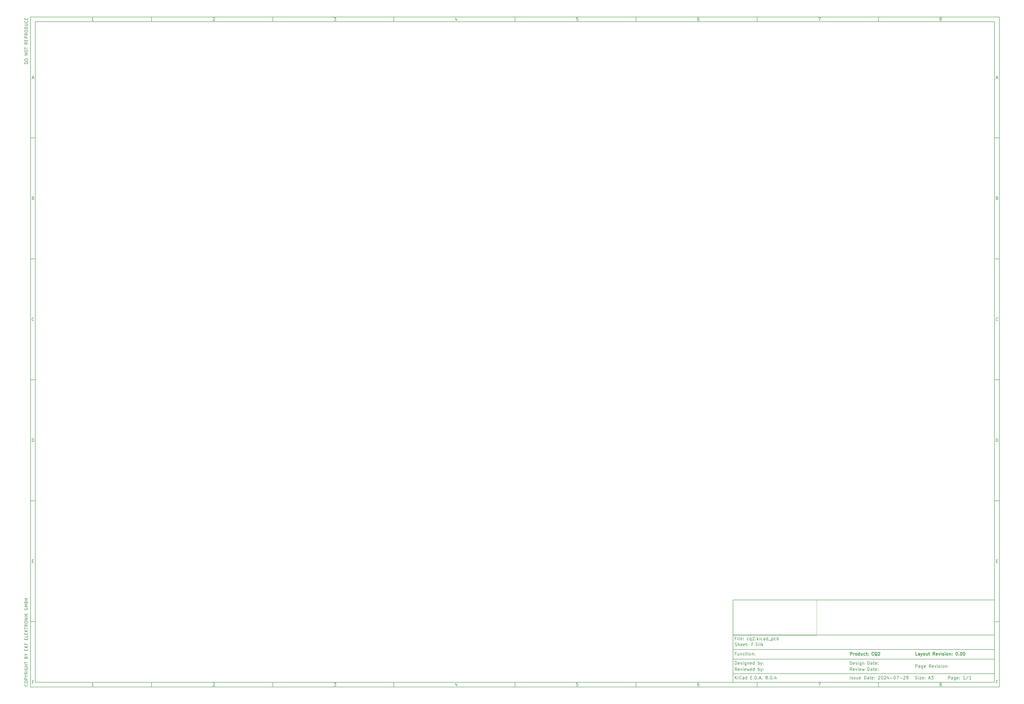
<source format=gbr>
%TF.GenerationSoftware,KiCad,Pcbnew,8.0.4*%
%TF.CreationDate,2024-07-29T18:47:44+02:00*%
%TF.ProjectId,cq2,6371322e-6b69-4636-9164-5f7063625858,0.00*%
%TF.SameCoordinates,Original*%
%TF.FileFunction,Legend,Top*%
%TF.FilePolarity,Positive*%
%FSLAX46Y46*%
G04 Gerber Fmt 4.6, Leading zero omitted, Abs format (unit mm)*
G04 Created by KiCad (PCBNEW 8.0.4) date 2024-07-29 18:47:44*
%MOMM*%
%LPD*%
G01*
G04 APERTURE LIST*
%ADD10C,0.100000*%
%ADD11C,0.150000*%
%ADD12C,0.254000*%
%ADD13C,0.200000*%
G04 APERTURE END LIST*
D10*
X299978000Y-250926334D02*
X299978000Y-265573667D01*
X334522000Y-265573667D01*
X334522000Y-250926334D01*
X299978000Y-250926334D01*
D11*
X299989000Y-251002200D02*
X407989000Y-251002200D01*
X407989000Y-285002200D01*
X299989000Y-285002200D01*
X299989000Y-251002200D01*
D10*
D11*
X10000000Y-10000000D02*
X409989000Y-10000000D01*
X409989000Y-287002200D01*
X10000000Y-287002200D01*
X10000000Y-10000000D01*
D10*
D11*
X12000000Y-12000000D02*
X407989000Y-12000000D01*
X407989000Y-285002200D01*
X12000000Y-285002200D01*
X12000000Y-12000000D01*
D10*
D11*
X60000000Y-12000000D02*
X60000000Y-10000000D01*
D10*
D11*
X110000000Y-12000000D02*
X110000000Y-10000000D01*
D10*
D11*
X160000000Y-12000000D02*
X160000000Y-10000000D01*
D10*
D11*
X210000000Y-12000000D02*
X210000000Y-10000000D01*
D10*
D11*
X260000000Y-12000000D02*
X260000000Y-10000000D01*
D10*
D11*
X310000000Y-12000000D02*
X310000000Y-10000000D01*
D10*
D11*
X360000000Y-12000000D02*
X360000000Y-10000000D01*
D10*
D11*
X36066303Y-11579726D02*
X35340588Y-11579726D01*
X35703445Y-11579726D02*
X35703445Y-10309726D01*
X35703445Y-10309726D02*
X35582493Y-10491154D01*
X35582493Y-10491154D02*
X35461541Y-10612107D01*
X35461541Y-10612107D02*
X35340588Y-10672583D01*
D10*
D11*
X85340588Y-10430678D02*
X85401064Y-10370202D01*
X85401064Y-10370202D02*
X85522017Y-10309726D01*
X85522017Y-10309726D02*
X85824398Y-10309726D01*
X85824398Y-10309726D02*
X85945350Y-10370202D01*
X85945350Y-10370202D02*
X86005826Y-10430678D01*
X86005826Y-10430678D02*
X86066303Y-10551630D01*
X86066303Y-10551630D02*
X86066303Y-10672583D01*
X86066303Y-10672583D02*
X86005826Y-10854011D01*
X86005826Y-10854011D02*
X85280112Y-11579726D01*
X85280112Y-11579726D02*
X86066303Y-11579726D01*
D10*
D11*
X135280112Y-10309726D02*
X136066303Y-10309726D01*
X136066303Y-10309726D02*
X135642969Y-10793535D01*
X135642969Y-10793535D02*
X135824398Y-10793535D01*
X135824398Y-10793535D02*
X135945350Y-10854011D01*
X135945350Y-10854011D02*
X136005826Y-10914488D01*
X136005826Y-10914488D02*
X136066303Y-11035440D01*
X136066303Y-11035440D02*
X136066303Y-11337821D01*
X136066303Y-11337821D02*
X136005826Y-11458773D01*
X136005826Y-11458773D02*
X135945350Y-11519250D01*
X135945350Y-11519250D02*
X135824398Y-11579726D01*
X135824398Y-11579726D02*
X135461541Y-11579726D01*
X135461541Y-11579726D02*
X135340588Y-11519250D01*
X135340588Y-11519250D02*
X135280112Y-11458773D01*
D10*
D11*
X185945350Y-10733059D02*
X185945350Y-11579726D01*
X185642969Y-10249250D02*
X185340588Y-11156392D01*
X185340588Y-11156392D02*
X186126779Y-11156392D01*
D10*
D11*
X236005826Y-10309726D02*
X235401064Y-10309726D01*
X235401064Y-10309726D02*
X235340588Y-10914488D01*
X235340588Y-10914488D02*
X235401064Y-10854011D01*
X235401064Y-10854011D02*
X235522017Y-10793535D01*
X235522017Y-10793535D02*
X235824398Y-10793535D01*
X235824398Y-10793535D02*
X235945350Y-10854011D01*
X235945350Y-10854011D02*
X236005826Y-10914488D01*
X236005826Y-10914488D02*
X236066303Y-11035440D01*
X236066303Y-11035440D02*
X236066303Y-11337821D01*
X236066303Y-11337821D02*
X236005826Y-11458773D01*
X236005826Y-11458773D02*
X235945350Y-11519250D01*
X235945350Y-11519250D02*
X235824398Y-11579726D01*
X235824398Y-11579726D02*
X235522017Y-11579726D01*
X235522017Y-11579726D02*
X235401064Y-11519250D01*
X235401064Y-11519250D02*
X235340588Y-11458773D01*
D10*
D11*
X285945350Y-10309726D02*
X285703445Y-10309726D01*
X285703445Y-10309726D02*
X285582493Y-10370202D01*
X285582493Y-10370202D02*
X285522017Y-10430678D01*
X285522017Y-10430678D02*
X285401064Y-10612107D01*
X285401064Y-10612107D02*
X285340588Y-10854011D01*
X285340588Y-10854011D02*
X285340588Y-11337821D01*
X285340588Y-11337821D02*
X285401064Y-11458773D01*
X285401064Y-11458773D02*
X285461541Y-11519250D01*
X285461541Y-11519250D02*
X285582493Y-11579726D01*
X285582493Y-11579726D02*
X285824398Y-11579726D01*
X285824398Y-11579726D02*
X285945350Y-11519250D01*
X285945350Y-11519250D02*
X286005826Y-11458773D01*
X286005826Y-11458773D02*
X286066303Y-11337821D01*
X286066303Y-11337821D02*
X286066303Y-11035440D01*
X286066303Y-11035440D02*
X286005826Y-10914488D01*
X286005826Y-10914488D02*
X285945350Y-10854011D01*
X285945350Y-10854011D02*
X285824398Y-10793535D01*
X285824398Y-10793535D02*
X285582493Y-10793535D01*
X285582493Y-10793535D02*
X285461541Y-10854011D01*
X285461541Y-10854011D02*
X285401064Y-10914488D01*
X285401064Y-10914488D02*
X285340588Y-11035440D01*
D10*
D11*
X335280112Y-10309726D02*
X336126779Y-10309726D01*
X336126779Y-10309726D02*
X335582493Y-11579726D01*
D10*
D11*
X385582493Y-10854011D02*
X385461541Y-10793535D01*
X385461541Y-10793535D02*
X385401064Y-10733059D01*
X385401064Y-10733059D02*
X385340588Y-10612107D01*
X385340588Y-10612107D02*
X385340588Y-10551630D01*
X385340588Y-10551630D02*
X385401064Y-10430678D01*
X385401064Y-10430678D02*
X385461541Y-10370202D01*
X385461541Y-10370202D02*
X385582493Y-10309726D01*
X385582493Y-10309726D02*
X385824398Y-10309726D01*
X385824398Y-10309726D02*
X385945350Y-10370202D01*
X385945350Y-10370202D02*
X386005826Y-10430678D01*
X386005826Y-10430678D02*
X386066303Y-10551630D01*
X386066303Y-10551630D02*
X386066303Y-10612107D01*
X386066303Y-10612107D02*
X386005826Y-10733059D01*
X386005826Y-10733059D02*
X385945350Y-10793535D01*
X385945350Y-10793535D02*
X385824398Y-10854011D01*
X385824398Y-10854011D02*
X385582493Y-10854011D01*
X385582493Y-10854011D02*
X385461541Y-10914488D01*
X385461541Y-10914488D02*
X385401064Y-10974964D01*
X385401064Y-10974964D02*
X385340588Y-11095916D01*
X385340588Y-11095916D02*
X385340588Y-11337821D01*
X385340588Y-11337821D02*
X385401064Y-11458773D01*
X385401064Y-11458773D02*
X385461541Y-11519250D01*
X385461541Y-11519250D02*
X385582493Y-11579726D01*
X385582493Y-11579726D02*
X385824398Y-11579726D01*
X385824398Y-11579726D02*
X385945350Y-11519250D01*
X385945350Y-11519250D02*
X386005826Y-11458773D01*
X386005826Y-11458773D02*
X386066303Y-11337821D01*
X386066303Y-11337821D02*
X386066303Y-11095916D01*
X386066303Y-11095916D02*
X386005826Y-10974964D01*
X386005826Y-10974964D02*
X385945350Y-10914488D01*
X385945350Y-10914488D02*
X385824398Y-10854011D01*
D10*
D11*
X60000000Y-285002200D02*
X60000000Y-287002200D01*
D10*
D11*
X110000000Y-285002200D02*
X110000000Y-287002200D01*
D10*
D11*
X160000000Y-285002200D02*
X160000000Y-287002200D01*
D10*
D11*
X210000000Y-285002200D02*
X210000000Y-287002200D01*
D10*
D11*
X260000000Y-285002200D02*
X260000000Y-287002200D01*
D10*
D11*
X310000000Y-285002200D02*
X310000000Y-287002200D01*
D10*
D11*
X360000000Y-285002200D02*
X360000000Y-287002200D01*
D10*
D11*
X36066303Y-286581926D02*
X35340588Y-286581926D01*
X35703445Y-286581926D02*
X35703445Y-285311926D01*
X35703445Y-285311926D02*
X35582493Y-285493354D01*
X35582493Y-285493354D02*
X35461541Y-285614307D01*
X35461541Y-285614307D02*
X35340588Y-285674783D01*
D10*
D11*
X85340588Y-285432878D02*
X85401064Y-285372402D01*
X85401064Y-285372402D02*
X85522017Y-285311926D01*
X85522017Y-285311926D02*
X85824398Y-285311926D01*
X85824398Y-285311926D02*
X85945350Y-285372402D01*
X85945350Y-285372402D02*
X86005826Y-285432878D01*
X86005826Y-285432878D02*
X86066303Y-285553830D01*
X86066303Y-285553830D02*
X86066303Y-285674783D01*
X86066303Y-285674783D02*
X86005826Y-285856211D01*
X86005826Y-285856211D02*
X85280112Y-286581926D01*
X85280112Y-286581926D02*
X86066303Y-286581926D01*
D10*
D11*
X135280112Y-285311926D02*
X136066303Y-285311926D01*
X136066303Y-285311926D02*
X135642969Y-285795735D01*
X135642969Y-285795735D02*
X135824398Y-285795735D01*
X135824398Y-285795735D02*
X135945350Y-285856211D01*
X135945350Y-285856211D02*
X136005826Y-285916688D01*
X136005826Y-285916688D02*
X136066303Y-286037640D01*
X136066303Y-286037640D02*
X136066303Y-286340021D01*
X136066303Y-286340021D02*
X136005826Y-286460973D01*
X136005826Y-286460973D02*
X135945350Y-286521450D01*
X135945350Y-286521450D02*
X135824398Y-286581926D01*
X135824398Y-286581926D02*
X135461541Y-286581926D01*
X135461541Y-286581926D02*
X135340588Y-286521450D01*
X135340588Y-286521450D02*
X135280112Y-286460973D01*
D10*
D11*
X185945350Y-285735259D02*
X185945350Y-286581926D01*
X185642969Y-285251450D02*
X185340588Y-286158592D01*
X185340588Y-286158592D02*
X186126779Y-286158592D01*
D10*
D11*
X236005826Y-285311926D02*
X235401064Y-285311926D01*
X235401064Y-285311926D02*
X235340588Y-285916688D01*
X235340588Y-285916688D02*
X235401064Y-285856211D01*
X235401064Y-285856211D02*
X235522017Y-285795735D01*
X235522017Y-285795735D02*
X235824398Y-285795735D01*
X235824398Y-285795735D02*
X235945350Y-285856211D01*
X235945350Y-285856211D02*
X236005826Y-285916688D01*
X236005826Y-285916688D02*
X236066303Y-286037640D01*
X236066303Y-286037640D02*
X236066303Y-286340021D01*
X236066303Y-286340021D02*
X236005826Y-286460973D01*
X236005826Y-286460973D02*
X235945350Y-286521450D01*
X235945350Y-286521450D02*
X235824398Y-286581926D01*
X235824398Y-286581926D02*
X235522017Y-286581926D01*
X235522017Y-286581926D02*
X235401064Y-286521450D01*
X235401064Y-286521450D02*
X235340588Y-286460973D01*
D10*
D11*
X285945350Y-285311926D02*
X285703445Y-285311926D01*
X285703445Y-285311926D02*
X285582493Y-285372402D01*
X285582493Y-285372402D02*
X285522017Y-285432878D01*
X285522017Y-285432878D02*
X285401064Y-285614307D01*
X285401064Y-285614307D02*
X285340588Y-285856211D01*
X285340588Y-285856211D02*
X285340588Y-286340021D01*
X285340588Y-286340021D02*
X285401064Y-286460973D01*
X285401064Y-286460973D02*
X285461541Y-286521450D01*
X285461541Y-286521450D02*
X285582493Y-286581926D01*
X285582493Y-286581926D02*
X285824398Y-286581926D01*
X285824398Y-286581926D02*
X285945350Y-286521450D01*
X285945350Y-286521450D02*
X286005826Y-286460973D01*
X286005826Y-286460973D02*
X286066303Y-286340021D01*
X286066303Y-286340021D02*
X286066303Y-286037640D01*
X286066303Y-286037640D02*
X286005826Y-285916688D01*
X286005826Y-285916688D02*
X285945350Y-285856211D01*
X285945350Y-285856211D02*
X285824398Y-285795735D01*
X285824398Y-285795735D02*
X285582493Y-285795735D01*
X285582493Y-285795735D02*
X285461541Y-285856211D01*
X285461541Y-285856211D02*
X285401064Y-285916688D01*
X285401064Y-285916688D02*
X285340588Y-286037640D01*
D10*
D11*
X335280112Y-285311926D02*
X336126779Y-285311926D01*
X336126779Y-285311926D02*
X335582493Y-286581926D01*
D10*
D11*
X385582493Y-285856211D02*
X385461541Y-285795735D01*
X385461541Y-285795735D02*
X385401064Y-285735259D01*
X385401064Y-285735259D02*
X385340588Y-285614307D01*
X385340588Y-285614307D02*
X385340588Y-285553830D01*
X385340588Y-285553830D02*
X385401064Y-285432878D01*
X385401064Y-285432878D02*
X385461541Y-285372402D01*
X385461541Y-285372402D02*
X385582493Y-285311926D01*
X385582493Y-285311926D02*
X385824398Y-285311926D01*
X385824398Y-285311926D02*
X385945350Y-285372402D01*
X385945350Y-285372402D02*
X386005826Y-285432878D01*
X386005826Y-285432878D02*
X386066303Y-285553830D01*
X386066303Y-285553830D02*
X386066303Y-285614307D01*
X386066303Y-285614307D02*
X386005826Y-285735259D01*
X386005826Y-285735259D02*
X385945350Y-285795735D01*
X385945350Y-285795735D02*
X385824398Y-285856211D01*
X385824398Y-285856211D02*
X385582493Y-285856211D01*
X385582493Y-285856211D02*
X385461541Y-285916688D01*
X385461541Y-285916688D02*
X385401064Y-285977164D01*
X385401064Y-285977164D02*
X385340588Y-286098116D01*
X385340588Y-286098116D02*
X385340588Y-286340021D01*
X385340588Y-286340021D02*
X385401064Y-286460973D01*
X385401064Y-286460973D02*
X385461541Y-286521450D01*
X385461541Y-286521450D02*
X385582493Y-286581926D01*
X385582493Y-286581926D02*
X385824398Y-286581926D01*
X385824398Y-286581926D02*
X385945350Y-286521450D01*
X385945350Y-286521450D02*
X386005826Y-286460973D01*
X386005826Y-286460973D02*
X386066303Y-286340021D01*
X386066303Y-286340021D02*
X386066303Y-286098116D01*
X386066303Y-286098116D02*
X386005826Y-285977164D01*
X386005826Y-285977164D02*
X385945350Y-285916688D01*
X385945350Y-285916688D02*
X385824398Y-285856211D01*
D10*
D11*
X10000000Y-60000000D02*
X12000000Y-60000000D01*
D10*
D11*
X10000000Y-110000000D02*
X12000000Y-110000000D01*
D10*
D11*
X10000000Y-160000000D02*
X12000000Y-160000000D01*
D10*
D11*
X10000000Y-210000000D02*
X12000000Y-210000000D01*
D10*
D11*
X10000000Y-260000000D02*
X12000000Y-260000000D01*
D10*
D11*
X10697619Y-35216869D02*
X11302381Y-35216869D01*
X10576667Y-35579726D02*
X11000000Y-34309726D01*
X11000000Y-34309726D02*
X11423334Y-35579726D01*
D10*
D11*
X11090714Y-84914488D02*
X11272142Y-84974964D01*
X11272142Y-84974964D02*
X11332619Y-85035440D01*
X11332619Y-85035440D02*
X11393095Y-85156392D01*
X11393095Y-85156392D02*
X11393095Y-85337821D01*
X11393095Y-85337821D02*
X11332619Y-85458773D01*
X11332619Y-85458773D02*
X11272142Y-85519250D01*
X11272142Y-85519250D02*
X11151190Y-85579726D01*
X11151190Y-85579726D02*
X10667380Y-85579726D01*
X10667380Y-85579726D02*
X10667380Y-84309726D01*
X10667380Y-84309726D02*
X11090714Y-84309726D01*
X11090714Y-84309726D02*
X11211666Y-84370202D01*
X11211666Y-84370202D02*
X11272142Y-84430678D01*
X11272142Y-84430678D02*
X11332619Y-84551630D01*
X11332619Y-84551630D02*
X11332619Y-84672583D01*
X11332619Y-84672583D02*
X11272142Y-84793535D01*
X11272142Y-84793535D02*
X11211666Y-84854011D01*
X11211666Y-84854011D02*
X11090714Y-84914488D01*
X11090714Y-84914488D02*
X10667380Y-84914488D01*
D10*
D11*
X11393095Y-135458773D02*
X11332619Y-135519250D01*
X11332619Y-135519250D02*
X11151190Y-135579726D01*
X11151190Y-135579726D02*
X11030238Y-135579726D01*
X11030238Y-135579726D02*
X10848809Y-135519250D01*
X10848809Y-135519250D02*
X10727857Y-135398297D01*
X10727857Y-135398297D02*
X10667380Y-135277345D01*
X10667380Y-135277345D02*
X10606904Y-135035440D01*
X10606904Y-135035440D02*
X10606904Y-134854011D01*
X10606904Y-134854011D02*
X10667380Y-134612107D01*
X10667380Y-134612107D02*
X10727857Y-134491154D01*
X10727857Y-134491154D02*
X10848809Y-134370202D01*
X10848809Y-134370202D02*
X11030238Y-134309726D01*
X11030238Y-134309726D02*
X11151190Y-134309726D01*
X11151190Y-134309726D02*
X11332619Y-134370202D01*
X11332619Y-134370202D02*
X11393095Y-134430678D01*
D10*
D11*
X10667380Y-185579726D02*
X10667380Y-184309726D01*
X10667380Y-184309726D02*
X10969761Y-184309726D01*
X10969761Y-184309726D02*
X11151190Y-184370202D01*
X11151190Y-184370202D02*
X11272142Y-184491154D01*
X11272142Y-184491154D02*
X11332619Y-184612107D01*
X11332619Y-184612107D02*
X11393095Y-184854011D01*
X11393095Y-184854011D02*
X11393095Y-185035440D01*
X11393095Y-185035440D02*
X11332619Y-185277345D01*
X11332619Y-185277345D02*
X11272142Y-185398297D01*
X11272142Y-185398297D02*
X11151190Y-185519250D01*
X11151190Y-185519250D02*
X10969761Y-185579726D01*
X10969761Y-185579726D02*
X10667380Y-185579726D01*
D10*
D11*
X10727856Y-234914488D02*
X11151190Y-234914488D01*
X11332618Y-235579726D02*
X10727856Y-235579726D01*
X10727856Y-235579726D02*
X10727856Y-234309726D01*
X10727856Y-234309726D02*
X11332618Y-234309726D01*
D10*
D11*
X11181429Y-284914488D02*
X10758095Y-284914488D01*
X10758095Y-285579726D02*
X10758095Y-284309726D01*
X10758095Y-284309726D02*
X11362857Y-284309726D01*
D10*
D11*
X409989000Y-60000000D02*
X407989000Y-60000000D01*
D10*
D11*
X409989000Y-110000000D02*
X407989000Y-110000000D01*
D10*
D11*
X409989000Y-160000000D02*
X407989000Y-160000000D01*
D10*
D11*
X409989000Y-210000000D02*
X407989000Y-210000000D01*
D10*
D11*
X409989000Y-260000000D02*
X407989000Y-260000000D01*
D10*
D11*
X408686619Y-35216869D02*
X409291381Y-35216869D01*
X408565667Y-35579726D02*
X408989000Y-34309726D01*
X408989000Y-34309726D02*
X409412334Y-35579726D01*
D10*
D11*
X409079714Y-84914488D02*
X409261142Y-84974964D01*
X409261142Y-84974964D02*
X409321619Y-85035440D01*
X409321619Y-85035440D02*
X409382095Y-85156392D01*
X409382095Y-85156392D02*
X409382095Y-85337821D01*
X409382095Y-85337821D02*
X409321619Y-85458773D01*
X409321619Y-85458773D02*
X409261142Y-85519250D01*
X409261142Y-85519250D02*
X409140190Y-85579726D01*
X409140190Y-85579726D02*
X408656380Y-85579726D01*
X408656380Y-85579726D02*
X408656380Y-84309726D01*
X408656380Y-84309726D02*
X409079714Y-84309726D01*
X409079714Y-84309726D02*
X409200666Y-84370202D01*
X409200666Y-84370202D02*
X409261142Y-84430678D01*
X409261142Y-84430678D02*
X409321619Y-84551630D01*
X409321619Y-84551630D02*
X409321619Y-84672583D01*
X409321619Y-84672583D02*
X409261142Y-84793535D01*
X409261142Y-84793535D02*
X409200666Y-84854011D01*
X409200666Y-84854011D02*
X409079714Y-84914488D01*
X409079714Y-84914488D02*
X408656380Y-84914488D01*
D10*
D11*
X409382095Y-135458773D02*
X409321619Y-135519250D01*
X409321619Y-135519250D02*
X409140190Y-135579726D01*
X409140190Y-135579726D02*
X409019238Y-135579726D01*
X409019238Y-135579726D02*
X408837809Y-135519250D01*
X408837809Y-135519250D02*
X408716857Y-135398297D01*
X408716857Y-135398297D02*
X408656380Y-135277345D01*
X408656380Y-135277345D02*
X408595904Y-135035440D01*
X408595904Y-135035440D02*
X408595904Y-134854011D01*
X408595904Y-134854011D02*
X408656380Y-134612107D01*
X408656380Y-134612107D02*
X408716857Y-134491154D01*
X408716857Y-134491154D02*
X408837809Y-134370202D01*
X408837809Y-134370202D02*
X409019238Y-134309726D01*
X409019238Y-134309726D02*
X409140190Y-134309726D01*
X409140190Y-134309726D02*
X409321619Y-134370202D01*
X409321619Y-134370202D02*
X409382095Y-134430678D01*
D10*
D11*
X408656380Y-185579726D02*
X408656380Y-184309726D01*
X408656380Y-184309726D02*
X408958761Y-184309726D01*
X408958761Y-184309726D02*
X409140190Y-184370202D01*
X409140190Y-184370202D02*
X409261142Y-184491154D01*
X409261142Y-184491154D02*
X409321619Y-184612107D01*
X409321619Y-184612107D02*
X409382095Y-184854011D01*
X409382095Y-184854011D02*
X409382095Y-185035440D01*
X409382095Y-185035440D02*
X409321619Y-185277345D01*
X409321619Y-185277345D02*
X409261142Y-185398297D01*
X409261142Y-185398297D02*
X409140190Y-185519250D01*
X409140190Y-185519250D02*
X408958761Y-185579726D01*
X408958761Y-185579726D02*
X408656380Y-185579726D01*
D10*
D11*
X408716856Y-234914488D02*
X409140190Y-234914488D01*
X409321618Y-235579726D02*
X408716856Y-235579726D01*
X408716856Y-235579726D02*
X408716856Y-234309726D01*
X408716856Y-234309726D02*
X409321618Y-234309726D01*
D10*
D11*
X409170429Y-284914488D02*
X408747095Y-284914488D01*
X408747095Y-285579726D02*
X408747095Y-284309726D01*
X408747095Y-284309726D02*
X409351857Y-284309726D01*
D10*
D11*
X348390064Y-277698976D02*
X348390064Y-276428976D01*
X348390064Y-276428976D02*
X348692445Y-276428976D01*
X348692445Y-276428976D02*
X348873874Y-276489452D01*
X348873874Y-276489452D02*
X348994826Y-276610404D01*
X348994826Y-276610404D02*
X349055303Y-276731357D01*
X349055303Y-276731357D02*
X349115779Y-276973261D01*
X349115779Y-276973261D02*
X349115779Y-277154690D01*
X349115779Y-277154690D02*
X349055303Y-277396595D01*
X349055303Y-277396595D02*
X348994826Y-277517547D01*
X348994826Y-277517547D02*
X348873874Y-277638500D01*
X348873874Y-277638500D02*
X348692445Y-277698976D01*
X348692445Y-277698976D02*
X348390064Y-277698976D01*
X350143874Y-277638500D02*
X350022922Y-277698976D01*
X350022922Y-277698976D02*
X349781017Y-277698976D01*
X349781017Y-277698976D02*
X349660064Y-277638500D01*
X349660064Y-277638500D02*
X349599588Y-277517547D01*
X349599588Y-277517547D02*
X349599588Y-277033738D01*
X349599588Y-277033738D02*
X349660064Y-276912785D01*
X349660064Y-276912785D02*
X349781017Y-276852309D01*
X349781017Y-276852309D02*
X350022922Y-276852309D01*
X350022922Y-276852309D02*
X350143874Y-276912785D01*
X350143874Y-276912785D02*
X350204350Y-277033738D01*
X350204350Y-277033738D02*
X350204350Y-277154690D01*
X350204350Y-277154690D02*
X349599588Y-277275642D01*
X350688159Y-277638500D02*
X350809112Y-277698976D01*
X350809112Y-277698976D02*
X351051016Y-277698976D01*
X351051016Y-277698976D02*
X351171969Y-277638500D01*
X351171969Y-277638500D02*
X351232445Y-277517547D01*
X351232445Y-277517547D02*
X351232445Y-277457071D01*
X351232445Y-277457071D02*
X351171969Y-277336119D01*
X351171969Y-277336119D02*
X351051016Y-277275642D01*
X351051016Y-277275642D02*
X350869588Y-277275642D01*
X350869588Y-277275642D02*
X350748635Y-277215166D01*
X350748635Y-277215166D02*
X350688159Y-277094214D01*
X350688159Y-277094214D02*
X350688159Y-277033738D01*
X350688159Y-277033738D02*
X350748635Y-276912785D01*
X350748635Y-276912785D02*
X350869588Y-276852309D01*
X350869588Y-276852309D02*
X351051016Y-276852309D01*
X351051016Y-276852309D02*
X351171969Y-276912785D01*
X351776730Y-277698976D02*
X351776730Y-276852309D01*
X351776730Y-276428976D02*
X351716254Y-276489452D01*
X351716254Y-276489452D02*
X351776730Y-276549928D01*
X351776730Y-276549928D02*
X351837207Y-276489452D01*
X351837207Y-276489452D02*
X351776730Y-276428976D01*
X351776730Y-276428976D02*
X351776730Y-276549928D01*
X352925778Y-276852309D02*
X352925778Y-277880404D01*
X352925778Y-277880404D02*
X352865302Y-278001357D01*
X352865302Y-278001357D02*
X352804826Y-278061833D01*
X352804826Y-278061833D02*
X352683873Y-278122309D01*
X352683873Y-278122309D02*
X352502445Y-278122309D01*
X352502445Y-278122309D02*
X352381492Y-278061833D01*
X352925778Y-277638500D02*
X352804826Y-277698976D01*
X352804826Y-277698976D02*
X352562921Y-277698976D01*
X352562921Y-277698976D02*
X352441969Y-277638500D01*
X352441969Y-277638500D02*
X352381492Y-277578023D01*
X352381492Y-277578023D02*
X352321016Y-277457071D01*
X352321016Y-277457071D02*
X352321016Y-277094214D01*
X352321016Y-277094214D02*
X352381492Y-276973261D01*
X352381492Y-276973261D02*
X352441969Y-276912785D01*
X352441969Y-276912785D02*
X352562921Y-276852309D01*
X352562921Y-276852309D02*
X352804826Y-276852309D01*
X352804826Y-276852309D02*
X352925778Y-276912785D01*
X353530540Y-276852309D02*
X353530540Y-277698976D01*
X353530540Y-276973261D02*
X353591017Y-276912785D01*
X353591017Y-276912785D02*
X353711969Y-276852309D01*
X353711969Y-276852309D02*
X353893398Y-276852309D01*
X353893398Y-276852309D02*
X354014350Y-276912785D01*
X354014350Y-276912785D02*
X354074826Y-277033738D01*
X354074826Y-277033738D02*
X354074826Y-277698976D01*
X355647207Y-277698976D02*
X355647207Y-276428976D01*
X355647207Y-276428976D02*
X355949588Y-276428976D01*
X355949588Y-276428976D02*
X356131017Y-276489452D01*
X356131017Y-276489452D02*
X356251969Y-276610404D01*
X356251969Y-276610404D02*
X356312446Y-276731357D01*
X356312446Y-276731357D02*
X356372922Y-276973261D01*
X356372922Y-276973261D02*
X356372922Y-277154690D01*
X356372922Y-277154690D02*
X356312446Y-277396595D01*
X356312446Y-277396595D02*
X356251969Y-277517547D01*
X356251969Y-277517547D02*
X356131017Y-277638500D01*
X356131017Y-277638500D02*
X355949588Y-277698976D01*
X355949588Y-277698976D02*
X355647207Y-277698976D01*
X357461493Y-277698976D02*
X357461493Y-277033738D01*
X357461493Y-277033738D02*
X357401017Y-276912785D01*
X357401017Y-276912785D02*
X357280065Y-276852309D01*
X357280065Y-276852309D02*
X357038160Y-276852309D01*
X357038160Y-276852309D02*
X356917207Y-276912785D01*
X357461493Y-277638500D02*
X357340541Y-277698976D01*
X357340541Y-277698976D02*
X357038160Y-277698976D01*
X357038160Y-277698976D02*
X356917207Y-277638500D01*
X356917207Y-277638500D02*
X356856731Y-277517547D01*
X356856731Y-277517547D02*
X356856731Y-277396595D01*
X356856731Y-277396595D02*
X356917207Y-277275642D01*
X356917207Y-277275642D02*
X357038160Y-277215166D01*
X357038160Y-277215166D02*
X357340541Y-277215166D01*
X357340541Y-277215166D02*
X357461493Y-277154690D01*
X357884827Y-276852309D02*
X358368636Y-276852309D01*
X358066255Y-276428976D02*
X358066255Y-277517547D01*
X358066255Y-277517547D02*
X358126732Y-277638500D01*
X358126732Y-277638500D02*
X358247684Y-277698976D01*
X358247684Y-277698976D02*
X358368636Y-277698976D01*
X359275779Y-277638500D02*
X359154827Y-277698976D01*
X359154827Y-277698976D02*
X358912922Y-277698976D01*
X358912922Y-277698976D02*
X358791969Y-277638500D01*
X358791969Y-277638500D02*
X358731493Y-277517547D01*
X358731493Y-277517547D02*
X358731493Y-277033738D01*
X358731493Y-277033738D02*
X358791969Y-276912785D01*
X358791969Y-276912785D02*
X358912922Y-276852309D01*
X358912922Y-276852309D02*
X359154827Y-276852309D01*
X359154827Y-276852309D02*
X359275779Y-276912785D01*
X359275779Y-276912785D02*
X359336255Y-277033738D01*
X359336255Y-277033738D02*
X359336255Y-277154690D01*
X359336255Y-277154690D02*
X358731493Y-277275642D01*
X359880540Y-277578023D02*
X359941017Y-277638500D01*
X359941017Y-277638500D02*
X359880540Y-277698976D01*
X359880540Y-277698976D02*
X359820064Y-277638500D01*
X359820064Y-277638500D02*
X359880540Y-277578023D01*
X359880540Y-277578023D02*
X359880540Y-277698976D01*
X359880540Y-276912785D02*
X359941017Y-276973261D01*
X359941017Y-276973261D02*
X359880540Y-277033738D01*
X359880540Y-277033738D02*
X359820064Y-276973261D01*
X359820064Y-276973261D02*
X359880540Y-276912785D01*
X359880540Y-276912785D02*
X359880540Y-277033738D01*
D10*
D11*
X299989000Y-281502200D02*
X407989000Y-281502200D01*
D10*
D11*
X300890064Y-283738976D02*
X300890064Y-282468976D01*
X301615779Y-283738976D02*
X301071493Y-283013261D01*
X301615779Y-282468976D02*
X300890064Y-283194690D01*
X302160064Y-283738976D02*
X302160064Y-282892309D01*
X302160064Y-282468976D02*
X302099588Y-282529452D01*
X302099588Y-282529452D02*
X302160064Y-282589928D01*
X302160064Y-282589928D02*
X302220541Y-282529452D01*
X302220541Y-282529452D02*
X302160064Y-282468976D01*
X302160064Y-282468976D02*
X302160064Y-282589928D01*
X303490541Y-283618023D02*
X303430065Y-283678500D01*
X303430065Y-283678500D02*
X303248636Y-283738976D01*
X303248636Y-283738976D02*
X303127684Y-283738976D01*
X303127684Y-283738976D02*
X302946255Y-283678500D01*
X302946255Y-283678500D02*
X302825303Y-283557547D01*
X302825303Y-283557547D02*
X302764826Y-283436595D01*
X302764826Y-283436595D02*
X302704350Y-283194690D01*
X302704350Y-283194690D02*
X302704350Y-283013261D01*
X302704350Y-283013261D02*
X302764826Y-282771357D01*
X302764826Y-282771357D02*
X302825303Y-282650404D01*
X302825303Y-282650404D02*
X302946255Y-282529452D01*
X302946255Y-282529452D02*
X303127684Y-282468976D01*
X303127684Y-282468976D02*
X303248636Y-282468976D01*
X303248636Y-282468976D02*
X303430065Y-282529452D01*
X303430065Y-282529452D02*
X303490541Y-282589928D01*
X304579112Y-283738976D02*
X304579112Y-283073738D01*
X304579112Y-283073738D02*
X304518636Y-282952785D01*
X304518636Y-282952785D02*
X304397684Y-282892309D01*
X304397684Y-282892309D02*
X304155779Y-282892309D01*
X304155779Y-282892309D02*
X304034826Y-282952785D01*
X304579112Y-283678500D02*
X304458160Y-283738976D01*
X304458160Y-283738976D02*
X304155779Y-283738976D01*
X304155779Y-283738976D02*
X304034826Y-283678500D01*
X304034826Y-283678500D02*
X303974350Y-283557547D01*
X303974350Y-283557547D02*
X303974350Y-283436595D01*
X303974350Y-283436595D02*
X304034826Y-283315642D01*
X304034826Y-283315642D02*
X304155779Y-283255166D01*
X304155779Y-283255166D02*
X304458160Y-283255166D01*
X304458160Y-283255166D02*
X304579112Y-283194690D01*
X305728160Y-283738976D02*
X305728160Y-282468976D01*
X305728160Y-283678500D02*
X305607208Y-283738976D01*
X305607208Y-283738976D02*
X305365303Y-283738976D01*
X305365303Y-283738976D02*
X305244351Y-283678500D01*
X305244351Y-283678500D02*
X305183874Y-283618023D01*
X305183874Y-283618023D02*
X305123398Y-283497071D01*
X305123398Y-283497071D02*
X305123398Y-283134214D01*
X305123398Y-283134214D02*
X305183874Y-283013261D01*
X305183874Y-283013261D02*
X305244351Y-282952785D01*
X305244351Y-282952785D02*
X305365303Y-282892309D01*
X305365303Y-282892309D02*
X305607208Y-282892309D01*
X305607208Y-282892309D02*
X305728160Y-282952785D01*
X307300541Y-283073738D02*
X307723875Y-283073738D01*
X307905303Y-283738976D02*
X307300541Y-283738976D01*
X307300541Y-283738976D02*
X307300541Y-282468976D01*
X307300541Y-282468976D02*
X307905303Y-282468976D01*
X308449589Y-283618023D02*
X308510066Y-283678500D01*
X308510066Y-283678500D02*
X308449589Y-283738976D01*
X308449589Y-283738976D02*
X308389113Y-283678500D01*
X308389113Y-283678500D02*
X308449589Y-283618023D01*
X308449589Y-283618023D02*
X308449589Y-283738976D01*
X309054351Y-283738976D02*
X309054351Y-282468976D01*
X309054351Y-282468976D02*
X309356732Y-282468976D01*
X309356732Y-282468976D02*
X309538161Y-282529452D01*
X309538161Y-282529452D02*
X309659113Y-282650404D01*
X309659113Y-282650404D02*
X309719590Y-282771357D01*
X309719590Y-282771357D02*
X309780066Y-283013261D01*
X309780066Y-283013261D02*
X309780066Y-283194690D01*
X309780066Y-283194690D02*
X309719590Y-283436595D01*
X309719590Y-283436595D02*
X309659113Y-283557547D01*
X309659113Y-283557547D02*
X309538161Y-283678500D01*
X309538161Y-283678500D02*
X309356732Y-283738976D01*
X309356732Y-283738976D02*
X309054351Y-283738976D01*
X310324351Y-283618023D02*
X310384828Y-283678500D01*
X310384828Y-283678500D02*
X310324351Y-283738976D01*
X310324351Y-283738976D02*
X310263875Y-283678500D01*
X310263875Y-283678500D02*
X310324351Y-283618023D01*
X310324351Y-283618023D02*
X310324351Y-283738976D01*
X310868637Y-283376119D02*
X311473399Y-283376119D01*
X310747685Y-283738976D02*
X311171018Y-282468976D01*
X311171018Y-282468976D02*
X311594352Y-283738976D01*
X312017684Y-283618023D02*
X312078161Y-283678500D01*
X312078161Y-283678500D02*
X312017684Y-283738976D01*
X312017684Y-283738976D02*
X311957208Y-283678500D01*
X311957208Y-283678500D02*
X312017684Y-283618023D01*
X312017684Y-283618023D02*
X312017684Y-283738976D01*
X313771494Y-283013261D02*
X313650542Y-282952785D01*
X313650542Y-282952785D02*
X313590065Y-282892309D01*
X313590065Y-282892309D02*
X313529589Y-282771357D01*
X313529589Y-282771357D02*
X313529589Y-282710880D01*
X313529589Y-282710880D02*
X313590065Y-282589928D01*
X313590065Y-282589928D02*
X313650542Y-282529452D01*
X313650542Y-282529452D02*
X313771494Y-282468976D01*
X313771494Y-282468976D02*
X314013399Y-282468976D01*
X314013399Y-282468976D02*
X314134351Y-282529452D01*
X314134351Y-282529452D02*
X314194827Y-282589928D01*
X314194827Y-282589928D02*
X314255304Y-282710880D01*
X314255304Y-282710880D02*
X314255304Y-282771357D01*
X314255304Y-282771357D02*
X314194827Y-282892309D01*
X314194827Y-282892309D02*
X314134351Y-282952785D01*
X314134351Y-282952785D02*
X314013399Y-283013261D01*
X314013399Y-283013261D02*
X313771494Y-283013261D01*
X313771494Y-283013261D02*
X313650542Y-283073738D01*
X313650542Y-283073738D02*
X313590065Y-283134214D01*
X313590065Y-283134214D02*
X313529589Y-283255166D01*
X313529589Y-283255166D02*
X313529589Y-283497071D01*
X313529589Y-283497071D02*
X313590065Y-283618023D01*
X313590065Y-283618023D02*
X313650542Y-283678500D01*
X313650542Y-283678500D02*
X313771494Y-283738976D01*
X313771494Y-283738976D02*
X314013399Y-283738976D01*
X314013399Y-283738976D02*
X314134351Y-283678500D01*
X314134351Y-283678500D02*
X314194827Y-283618023D01*
X314194827Y-283618023D02*
X314255304Y-283497071D01*
X314255304Y-283497071D02*
X314255304Y-283255166D01*
X314255304Y-283255166D02*
X314194827Y-283134214D01*
X314194827Y-283134214D02*
X314134351Y-283073738D01*
X314134351Y-283073738D02*
X314013399Y-283013261D01*
X314799589Y-283618023D02*
X314860066Y-283678500D01*
X314860066Y-283678500D02*
X314799589Y-283738976D01*
X314799589Y-283738976D02*
X314739113Y-283678500D01*
X314739113Y-283678500D02*
X314799589Y-283618023D01*
X314799589Y-283618023D02*
X314799589Y-283738976D01*
X315646256Y-282468976D02*
X315767209Y-282468976D01*
X315767209Y-282468976D02*
X315888161Y-282529452D01*
X315888161Y-282529452D02*
X315948637Y-282589928D01*
X315948637Y-282589928D02*
X316009113Y-282710880D01*
X316009113Y-282710880D02*
X316069590Y-282952785D01*
X316069590Y-282952785D02*
X316069590Y-283255166D01*
X316069590Y-283255166D02*
X316009113Y-283497071D01*
X316009113Y-283497071D02*
X315948637Y-283618023D01*
X315948637Y-283618023D02*
X315888161Y-283678500D01*
X315888161Y-283678500D02*
X315767209Y-283738976D01*
X315767209Y-283738976D02*
X315646256Y-283738976D01*
X315646256Y-283738976D02*
X315525304Y-283678500D01*
X315525304Y-283678500D02*
X315464828Y-283618023D01*
X315464828Y-283618023D02*
X315404351Y-283497071D01*
X315404351Y-283497071D02*
X315343875Y-283255166D01*
X315343875Y-283255166D02*
X315343875Y-282952785D01*
X315343875Y-282952785D02*
X315404351Y-282710880D01*
X315404351Y-282710880D02*
X315464828Y-282589928D01*
X315464828Y-282589928D02*
X315525304Y-282529452D01*
X315525304Y-282529452D02*
X315646256Y-282468976D01*
X316613875Y-283618023D02*
X316674352Y-283678500D01*
X316674352Y-283678500D02*
X316613875Y-283738976D01*
X316613875Y-283738976D02*
X316553399Y-283678500D01*
X316553399Y-283678500D02*
X316613875Y-283618023D01*
X316613875Y-283618023D02*
X316613875Y-283738976D01*
X317762923Y-282892309D02*
X317762923Y-283738976D01*
X317460542Y-282408500D02*
X317158161Y-283315642D01*
X317158161Y-283315642D02*
X317944352Y-283315642D01*
D10*
D11*
X299988800Y-275502000D02*
X407988800Y-275502000D01*
D10*
D12*
X376063247Y-273833568D02*
X375458485Y-273833568D01*
X375458485Y-273833568D02*
X375458485Y-272563568D01*
X377030866Y-273833568D02*
X377030866Y-273168330D01*
X377030866Y-273168330D02*
X376970390Y-273047377D01*
X376970390Y-273047377D02*
X376849438Y-272986901D01*
X376849438Y-272986901D02*
X376607533Y-272986901D01*
X376607533Y-272986901D02*
X376486580Y-273047377D01*
X377030866Y-273773092D02*
X376909914Y-273833568D01*
X376909914Y-273833568D02*
X376607533Y-273833568D01*
X376607533Y-273833568D02*
X376486580Y-273773092D01*
X376486580Y-273773092D02*
X376426104Y-273652139D01*
X376426104Y-273652139D02*
X376426104Y-273531187D01*
X376426104Y-273531187D02*
X376486580Y-273410234D01*
X376486580Y-273410234D02*
X376607533Y-273349758D01*
X376607533Y-273349758D02*
X376909914Y-273349758D01*
X376909914Y-273349758D02*
X377030866Y-273289282D01*
X377514676Y-272986901D02*
X377817057Y-273833568D01*
X378119438Y-272986901D02*
X377817057Y-273833568D01*
X377817057Y-273833568D02*
X377696105Y-274135949D01*
X377696105Y-274135949D02*
X377635628Y-274196425D01*
X377635628Y-274196425D02*
X377514676Y-274256901D01*
X378784676Y-273833568D02*
X378663724Y-273773092D01*
X378663724Y-273773092D02*
X378603247Y-273712615D01*
X378603247Y-273712615D02*
X378542771Y-273591663D01*
X378542771Y-273591663D02*
X378542771Y-273228806D01*
X378542771Y-273228806D02*
X378603247Y-273107853D01*
X378603247Y-273107853D02*
X378663724Y-273047377D01*
X378663724Y-273047377D02*
X378784676Y-272986901D01*
X378784676Y-272986901D02*
X378966105Y-272986901D01*
X378966105Y-272986901D02*
X379087057Y-273047377D01*
X379087057Y-273047377D02*
X379147533Y-273107853D01*
X379147533Y-273107853D02*
X379208009Y-273228806D01*
X379208009Y-273228806D02*
X379208009Y-273591663D01*
X379208009Y-273591663D02*
X379147533Y-273712615D01*
X379147533Y-273712615D02*
X379087057Y-273773092D01*
X379087057Y-273773092D02*
X378966105Y-273833568D01*
X378966105Y-273833568D02*
X378784676Y-273833568D01*
X380296581Y-272986901D02*
X380296581Y-273833568D01*
X379752295Y-272986901D02*
X379752295Y-273652139D01*
X379752295Y-273652139D02*
X379812772Y-273773092D01*
X379812772Y-273773092D02*
X379933724Y-273833568D01*
X379933724Y-273833568D02*
X380115153Y-273833568D01*
X380115153Y-273833568D02*
X380236105Y-273773092D01*
X380236105Y-273773092D02*
X380296581Y-273712615D01*
X380719915Y-272986901D02*
X381203724Y-272986901D01*
X380901343Y-272563568D02*
X380901343Y-273652139D01*
X380901343Y-273652139D02*
X380961820Y-273773092D01*
X380961820Y-273773092D02*
X381082772Y-273833568D01*
X381082772Y-273833568D02*
X381203724Y-273833568D01*
X383320391Y-273833568D02*
X382897057Y-273228806D01*
X382594676Y-273833568D02*
X382594676Y-272563568D01*
X382594676Y-272563568D02*
X383078486Y-272563568D01*
X383078486Y-272563568D02*
X383199438Y-272624044D01*
X383199438Y-272624044D02*
X383259915Y-272684520D01*
X383259915Y-272684520D02*
X383320391Y-272805472D01*
X383320391Y-272805472D02*
X383320391Y-272986901D01*
X383320391Y-272986901D02*
X383259915Y-273107853D01*
X383259915Y-273107853D02*
X383199438Y-273168330D01*
X383199438Y-273168330D02*
X383078486Y-273228806D01*
X383078486Y-273228806D02*
X382594676Y-273228806D01*
X384348486Y-273773092D02*
X384227534Y-273833568D01*
X384227534Y-273833568D02*
X383985629Y-273833568D01*
X383985629Y-273833568D02*
X383864676Y-273773092D01*
X383864676Y-273773092D02*
X383804200Y-273652139D01*
X383804200Y-273652139D02*
X383804200Y-273168330D01*
X383804200Y-273168330D02*
X383864676Y-273047377D01*
X383864676Y-273047377D02*
X383985629Y-272986901D01*
X383985629Y-272986901D02*
X384227534Y-272986901D01*
X384227534Y-272986901D02*
X384348486Y-273047377D01*
X384348486Y-273047377D02*
X384408962Y-273168330D01*
X384408962Y-273168330D02*
X384408962Y-273289282D01*
X384408962Y-273289282D02*
X383804200Y-273410234D01*
X384832295Y-272986901D02*
X385134676Y-273833568D01*
X385134676Y-273833568D02*
X385437057Y-272986901D01*
X385920866Y-273833568D02*
X385920866Y-272986901D01*
X385920866Y-272563568D02*
X385860390Y-272624044D01*
X385860390Y-272624044D02*
X385920866Y-272684520D01*
X385920866Y-272684520D02*
X385981343Y-272624044D01*
X385981343Y-272624044D02*
X385920866Y-272563568D01*
X385920866Y-272563568D02*
X385920866Y-272684520D01*
X386465152Y-273773092D02*
X386586105Y-273833568D01*
X386586105Y-273833568D02*
X386828009Y-273833568D01*
X386828009Y-273833568D02*
X386948962Y-273773092D01*
X386948962Y-273773092D02*
X387009438Y-273652139D01*
X387009438Y-273652139D02*
X387009438Y-273591663D01*
X387009438Y-273591663D02*
X386948962Y-273470711D01*
X386948962Y-273470711D02*
X386828009Y-273410234D01*
X386828009Y-273410234D02*
X386646581Y-273410234D01*
X386646581Y-273410234D02*
X386525628Y-273349758D01*
X386525628Y-273349758D02*
X386465152Y-273228806D01*
X386465152Y-273228806D02*
X386465152Y-273168330D01*
X386465152Y-273168330D02*
X386525628Y-273047377D01*
X386525628Y-273047377D02*
X386646581Y-272986901D01*
X386646581Y-272986901D02*
X386828009Y-272986901D01*
X386828009Y-272986901D02*
X386948962Y-273047377D01*
X387553723Y-273833568D02*
X387553723Y-272986901D01*
X387553723Y-272563568D02*
X387493247Y-272624044D01*
X387493247Y-272624044D02*
X387553723Y-272684520D01*
X387553723Y-272684520D02*
X387614200Y-272624044D01*
X387614200Y-272624044D02*
X387553723Y-272563568D01*
X387553723Y-272563568D02*
X387553723Y-272684520D01*
X388339914Y-273833568D02*
X388218962Y-273773092D01*
X388218962Y-273773092D02*
X388158485Y-273712615D01*
X388158485Y-273712615D02*
X388098009Y-273591663D01*
X388098009Y-273591663D02*
X388098009Y-273228806D01*
X388098009Y-273228806D02*
X388158485Y-273107853D01*
X388158485Y-273107853D02*
X388218962Y-273047377D01*
X388218962Y-273047377D02*
X388339914Y-272986901D01*
X388339914Y-272986901D02*
X388521343Y-272986901D01*
X388521343Y-272986901D02*
X388642295Y-273047377D01*
X388642295Y-273047377D02*
X388702771Y-273107853D01*
X388702771Y-273107853D02*
X388763247Y-273228806D01*
X388763247Y-273228806D02*
X388763247Y-273591663D01*
X388763247Y-273591663D02*
X388702771Y-273712615D01*
X388702771Y-273712615D02*
X388642295Y-273773092D01*
X388642295Y-273773092D02*
X388521343Y-273833568D01*
X388521343Y-273833568D02*
X388339914Y-273833568D01*
X389307533Y-272986901D02*
X389307533Y-273833568D01*
X389307533Y-273107853D02*
X389368010Y-273047377D01*
X389368010Y-273047377D02*
X389488962Y-272986901D01*
X389488962Y-272986901D02*
X389670391Y-272986901D01*
X389670391Y-272986901D02*
X389791343Y-273047377D01*
X389791343Y-273047377D02*
X389851819Y-273168330D01*
X389851819Y-273168330D02*
X389851819Y-273833568D01*
X390456581Y-273712615D02*
X390517058Y-273773092D01*
X390517058Y-273773092D02*
X390456581Y-273833568D01*
X390456581Y-273833568D02*
X390396105Y-273773092D01*
X390396105Y-273773092D02*
X390456581Y-273712615D01*
X390456581Y-273712615D02*
X390456581Y-273833568D01*
X390456581Y-273047377D02*
X390517058Y-273107853D01*
X390517058Y-273107853D02*
X390456581Y-273168330D01*
X390456581Y-273168330D02*
X390396105Y-273107853D01*
X390396105Y-273107853D02*
X390456581Y-273047377D01*
X390456581Y-273047377D02*
X390456581Y-273168330D01*
X392270867Y-272563568D02*
X392391820Y-272563568D01*
X392391820Y-272563568D02*
X392512772Y-272624044D01*
X392512772Y-272624044D02*
X392573248Y-272684520D01*
X392573248Y-272684520D02*
X392633724Y-272805472D01*
X392633724Y-272805472D02*
X392694201Y-273047377D01*
X392694201Y-273047377D02*
X392694201Y-273349758D01*
X392694201Y-273349758D02*
X392633724Y-273591663D01*
X392633724Y-273591663D02*
X392573248Y-273712615D01*
X392573248Y-273712615D02*
X392512772Y-273773092D01*
X392512772Y-273773092D02*
X392391820Y-273833568D01*
X392391820Y-273833568D02*
X392270867Y-273833568D01*
X392270867Y-273833568D02*
X392149915Y-273773092D01*
X392149915Y-273773092D02*
X392089439Y-273712615D01*
X392089439Y-273712615D02*
X392028962Y-273591663D01*
X392028962Y-273591663D02*
X391968486Y-273349758D01*
X391968486Y-273349758D02*
X391968486Y-273047377D01*
X391968486Y-273047377D02*
X392028962Y-272805472D01*
X392028962Y-272805472D02*
X392089439Y-272684520D01*
X392089439Y-272684520D02*
X392149915Y-272624044D01*
X392149915Y-272624044D02*
X392270867Y-272563568D01*
X393238486Y-273712615D02*
X393298963Y-273773092D01*
X393298963Y-273773092D02*
X393238486Y-273833568D01*
X393238486Y-273833568D02*
X393178010Y-273773092D01*
X393178010Y-273773092D02*
X393238486Y-273712615D01*
X393238486Y-273712615D02*
X393238486Y-273833568D01*
X394085153Y-272563568D02*
X394206106Y-272563568D01*
X394206106Y-272563568D02*
X394327058Y-272624044D01*
X394327058Y-272624044D02*
X394387534Y-272684520D01*
X394387534Y-272684520D02*
X394448010Y-272805472D01*
X394448010Y-272805472D02*
X394508487Y-273047377D01*
X394508487Y-273047377D02*
X394508487Y-273349758D01*
X394508487Y-273349758D02*
X394448010Y-273591663D01*
X394448010Y-273591663D02*
X394387534Y-273712615D01*
X394387534Y-273712615D02*
X394327058Y-273773092D01*
X394327058Y-273773092D02*
X394206106Y-273833568D01*
X394206106Y-273833568D02*
X394085153Y-273833568D01*
X394085153Y-273833568D02*
X393964201Y-273773092D01*
X393964201Y-273773092D02*
X393903725Y-273712615D01*
X393903725Y-273712615D02*
X393843248Y-273591663D01*
X393843248Y-273591663D02*
X393782772Y-273349758D01*
X393782772Y-273349758D02*
X393782772Y-273047377D01*
X393782772Y-273047377D02*
X393843248Y-272805472D01*
X393843248Y-272805472D02*
X393903725Y-272684520D01*
X393903725Y-272684520D02*
X393964201Y-272624044D01*
X393964201Y-272624044D02*
X394085153Y-272563568D01*
X395294677Y-272563568D02*
X395415630Y-272563568D01*
X395415630Y-272563568D02*
X395536582Y-272624044D01*
X395536582Y-272624044D02*
X395597058Y-272684520D01*
X395597058Y-272684520D02*
X395657534Y-272805472D01*
X395657534Y-272805472D02*
X395718011Y-273047377D01*
X395718011Y-273047377D02*
X395718011Y-273349758D01*
X395718011Y-273349758D02*
X395657534Y-273591663D01*
X395657534Y-273591663D02*
X395597058Y-273712615D01*
X395597058Y-273712615D02*
X395536582Y-273773092D01*
X395536582Y-273773092D02*
X395415630Y-273833568D01*
X395415630Y-273833568D02*
X395294677Y-273833568D01*
X395294677Y-273833568D02*
X395173725Y-273773092D01*
X395173725Y-273773092D02*
X395113249Y-273712615D01*
X395113249Y-273712615D02*
X395052772Y-273591663D01*
X395052772Y-273591663D02*
X394992296Y-273349758D01*
X394992296Y-273349758D02*
X394992296Y-273047377D01*
X394992296Y-273047377D02*
X395052772Y-272805472D01*
X395052772Y-272805472D02*
X395113249Y-272684520D01*
X395113249Y-272684520D02*
X395173725Y-272624044D01*
X395173725Y-272624044D02*
X395294677Y-272563568D01*
D10*
D11*
X375329588Y-283678500D02*
X375511017Y-283738976D01*
X375511017Y-283738976D02*
X375813398Y-283738976D01*
X375813398Y-283738976D02*
X375934350Y-283678500D01*
X375934350Y-283678500D02*
X375994826Y-283618023D01*
X375994826Y-283618023D02*
X376055303Y-283497071D01*
X376055303Y-283497071D02*
X376055303Y-283376119D01*
X376055303Y-283376119D02*
X375994826Y-283255166D01*
X375994826Y-283255166D02*
X375934350Y-283194690D01*
X375934350Y-283194690D02*
X375813398Y-283134214D01*
X375813398Y-283134214D02*
X375571493Y-283073738D01*
X375571493Y-283073738D02*
X375450541Y-283013261D01*
X375450541Y-283013261D02*
X375390064Y-282952785D01*
X375390064Y-282952785D02*
X375329588Y-282831833D01*
X375329588Y-282831833D02*
X375329588Y-282710880D01*
X375329588Y-282710880D02*
X375390064Y-282589928D01*
X375390064Y-282589928D02*
X375450541Y-282529452D01*
X375450541Y-282529452D02*
X375571493Y-282468976D01*
X375571493Y-282468976D02*
X375873874Y-282468976D01*
X375873874Y-282468976D02*
X376055303Y-282529452D01*
X376599588Y-283738976D02*
X376599588Y-282892309D01*
X376599588Y-282468976D02*
X376539112Y-282529452D01*
X376539112Y-282529452D02*
X376599588Y-282589928D01*
X376599588Y-282589928D02*
X376660065Y-282529452D01*
X376660065Y-282529452D02*
X376599588Y-282468976D01*
X376599588Y-282468976D02*
X376599588Y-282589928D01*
X377083398Y-282892309D02*
X377748636Y-282892309D01*
X377748636Y-282892309D02*
X377083398Y-283738976D01*
X377083398Y-283738976D02*
X377748636Y-283738976D01*
X378716255Y-283678500D02*
X378595303Y-283738976D01*
X378595303Y-283738976D02*
X378353398Y-283738976D01*
X378353398Y-283738976D02*
X378232445Y-283678500D01*
X378232445Y-283678500D02*
X378171969Y-283557547D01*
X378171969Y-283557547D02*
X378171969Y-283073738D01*
X378171969Y-283073738D02*
X378232445Y-282952785D01*
X378232445Y-282952785D02*
X378353398Y-282892309D01*
X378353398Y-282892309D02*
X378595303Y-282892309D01*
X378595303Y-282892309D02*
X378716255Y-282952785D01*
X378716255Y-282952785D02*
X378776731Y-283073738D01*
X378776731Y-283073738D02*
X378776731Y-283194690D01*
X378776731Y-283194690D02*
X378171969Y-283315642D01*
X379321016Y-283618023D02*
X379381493Y-283678500D01*
X379381493Y-283678500D02*
X379321016Y-283738976D01*
X379321016Y-283738976D02*
X379260540Y-283678500D01*
X379260540Y-283678500D02*
X379321016Y-283618023D01*
X379321016Y-283618023D02*
X379321016Y-283738976D01*
X379321016Y-282952785D02*
X379381493Y-283013261D01*
X379381493Y-283013261D02*
X379321016Y-283073738D01*
X379321016Y-283073738D02*
X379260540Y-283013261D01*
X379260540Y-283013261D02*
X379321016Y-282952785D01*
X379321016Y-282952785D02*
X379321016Y-283073738D01*
X380832921Y-283376119D02*
X381437683Y-283376119D01*
X380711969Y-283738976D02*
X381135302Y-282468976D01*
X381135302Y-282468976D02*
X381558636Y-283738976D01*
X381861016Y-282468976D02*
X382647207Y-282468976D01*
X382647207Y-282468976D02*
X382223873Y-282952785D01*
X382223873Y-282952785D02*
X382405302Y-282952785D01*
X382405302Y-282952785D02*
X382526254Y-283013261D01*
X382526254Y-283013261D02*
X382586730Y-283073738D01*
X382586730Y-283073738D02*
X382647207Y-283194690D01*
X382647207Y-283194690D02*
X382647207Y-283497071D01*
X382647207Y-283497071D02*
X382586730Y-283618023D01*
X382586730Y-283618023D02*
X382526254Y-283678500D01*
X382526254Y-283678500D02*
X382405302Y-283738976D01*
X382405302Y-283738976D02*
X382042445Y-283738976D01*
X382042445Y-283738976D02*
X381921492Y-283678500D01*
X381921492Y-283678500D02*
X381861016Y-283618023D01*
D10*
D11*
X388890064Y-283738976D02*
X388890064Y-282468976D01*
X388890064Y-282468976D02*
X389373874Y-282468976D01*
X389373874Y-282468976D02*
X389494826Y-282529452D01*
X389494826Y-282529452D02*
X389555303Y-282589928D01*
X389555303Y-282589928D02*
X389615779Y-282710880D01*
X389615779Y-282710880D02*
X389615779Y-282892309D01*
X389615779Y-282892309D02*
X389555303Y-283013261D01*
X389555303Y-283013261D02*
X389494826Y-283073738D01*
X389494826Y-283073738D02*
X389373874Y-283134214D01*
X389373874Y-283134214D02*
X388890064Y-283134214D01*
X390704350Y-283738976D02*
X390704350Y-283073738D01*
X390704350Y-283073738D02*
X390643874Y-282952785D01*
X390643874Y-282952785D02*
X390522922Y-282892309D01*
X390522922Y-282892309D02*
X390281017Y-282892309D01*
X390281017Y-282892309D02*
X390160064Y-282952785D01*
X390704350Y-283678500D02*
X390583398Y-283738976D01*
X390583398Y-283738976D02*
X390281017Y-283738976D01*
X390281017Y-283738976D02*
X390160064Y-283678500D01*
X390160064Y-283678500D02*
X390099588Y-283557547D01*
X390099588Y-283557547D02*
X390099588Y-283436595D01*
X390099588Y-283436595D02*
X390160064Y-283315642D01*
X390160064Y-283315642D02*
X390281017Y-283255166D01*
X390281017Y-283255166D02*
X390583398Y-283255166D01*
X390583398Y-283255166D02*
X390704350Y-283194690D01*
X391853398Y-282892309D02*
X391853398Y-283920404D01*
X391853398Y-283920404D02*
X391792922Y-284041357D01*
X391792922Y-284041357D02*
X391732446Y-284101833D01*
X391732446Y-284101833D02*
X391611493Y-284162309D01*
X391611493Y-284162309D02*
X391430065Y-284162309D01*
X391430065Y-284162309D02*
X391309112Y-284101833D01*
X391853398Y-283678500D02*
X391732446Y-283738976D01*
X391732446Y-283738976D02*
X391490541Y-283738976D01*
X391490541Y-283738976D02*
X391369589Y-283678500D01*
X391369589Y-283678500D02*
X391309112Y-283618023D01*
X391309112Y-283618023D02*
X391248636Y-283497071D01*
X391248636Y-283497071D02*
X391248636Y-283134214D01*
X391248636Y-283134214D02*
X391309112Y-283013261D01*
X391309112Y-283013261D02*
X391369589Y-282952785D01*
X391369589Y-282952785D02*
X391490541Y-282892309D01*
X391490541Y-282892309D02*
X391732446Y-282892309D01*
X391732446Y-282892309D02*
X391853398Y-282952785D01*
X392941970Y-283678500D02*
X392821018Y-283738976D01*
X392821018Y-283738976D02*
X392579113Y-283738976D01*
X392579113Y-283738976D02*
X392458160Y-283678500D01*
X392458160Y-283678500D02*
X392397684Y-283557547D01*
X392397684Y-283557547D02*
X392397684Y-283073738D01*
X392397684Y-283073738D02*
X392458160Y-282952785D01*
X392458160Y-282952785D02*
X392579113Y-282892309D01*
X392579113Y-282892309D02*
X392821018Y-282892309D01*
X392821018Y-282892309D02*
X392941970Y-282952785D01*
X392941970Y-282952785D02*
X393002446Y-283073738D01*
X393002446Y-283073738D02*
X393002446Y-283194690D01*
X393002446Y-283194690D02*
X392397684Y-283315642D01*
X393546731Y-283618023D02*
X393607208Y-283678500D01*
X393607208Y-283678500D02*
X393546731Y-283738976D01*
X393546731Y-283738976D02*
X393486255Y-283678500D01*
X393486255Y-283678500D02*
X393546731Y-283618023D01*
X393546731Y-283618023D02*
X393546731Y-283738976D01*
X393546731Y-282952785D02*
X393607208Y-283013261D01*
X393607208Y-283013261D02*
X393546731Y-283073738D01*
X393546731Y-283073738D02*
X393486255Y-283013261D01*
X393486255Y-283013261D02*
X393546731Y-282952785D01*
X393546731Y-282952785D02*
X393546731Y-283073738D01*
X395784351Y-283738976D02*
X395058636Y-283738976D01*
X395421493Y-283738976D02*
X395421493Y-282468976D01*
X395421493Y-282468976D02*
X395300541Y-282650404D01*
X395300541Y-282650404D02*
X395179589Y-282771357D01*
X395179589Y-282771357D02*
X395058636Y-282831833D01*
X397235779Y-282408500D02*
X396147208Y-284041357D01*
X398324351Y-283738976D02*
X397598636Y-283738976D01*
X397961493Y-283738976D02*
X397961493Y-282468976D01*
X397961493Y-282468976D02*
X397840541Y-282650404D01*
X397840541Y-282650404D02*
X397719589Y-282771357D01*
X397719589Y-282771357D02*
X397598636Y-282831833D01*
D10*
D11*
X299988800Y-271502000D02*
X407988800Y-271502000D01*
D10*
D12*
X348458485Y-273833568D02*
X348458485Y-272563568D01*
X348458485Y-272563568D02*
X348942295Y-272563568D01*
X348942295Y-272563568D02*
X349063247Y-272624044D01*
X349063247Y-272624044D02*
X349123724Y-272684520D01*
X349123724Y-272684520D02*
X349184200Y-272805472D01*
X349184200Y-272805472D02*
X349184200Y-272986901D01*
X349184200Y-272986901D02*
X349123724Y-273107853D01*
X349123724Y-273107853D02*
X349063247Y-273168330D01*
X349063247Y-273168330D02*
X348942295Y-273228806D01*
X348942295Y-273228806D02*
X348458485Y-273228806D01*
X349728485Y-273833568D02*
X349728485Y-272986901D01*
X349728485Y-273228806D02*
X349788962Y-273107853D01*
X349788962Y-273107853D02*
X349849438Y-273047377D01*
X349849438Y-273047377D02*
X349970390Y-272986901D01*
X349970390Y-272986901D02*
X350091343Y-272986901D01*
X350696104Y-273833568D02*
X350575152Y-273773092D01*
X350575152Y-273773092D02*
X350514675Y-273712615D01*
X350514675Y-273712615D02*
X350454199Y-273591663D01*
X350454199Y-273591663D02*
X350454199Y-273228806D01*
X350454199Y-273228806D02*
X350514675Y-273107853D01*
X350514675Y-273107853D02*
X350575152Y-273047377D01*
X350575152Y-273047377D02*
X350696104Y-272986901D01*
X350696104Y-272986901D02*
X350877533Y-272986901D01*
X350877533Y-272986901D02*
X350998485Y-273047377D01*
X350998485Y-273047377D02*
X351058961Y-273107853D01*
X351058961Y-273107853D02*
X351119437Y-273228806D01*
X351119437Y-273228806D02*
X351119437Y-273591663D01*
X351119437Y-273591663D02*
X351058961Y-273712615D01*
X351058961Y-273712615D02*
X350998485Y-273773092D01*
X350998485Y-273773092D02*
X350877533Y-273833568D01*
X350877533Y-273833568D02*
X350696104Y-273833568D01*
X352208009Y-273833568D02*
X352208009Y-272563568D01*
X352208009Y-273773092D02*
X352087057Y-273833568D01*
X352087057Y-273833568D02*
X351845152Y-273833568D01*
X351845152Y-273833568D02*
X351724200Y-273773092D01*
X351724200Y-273773092D02*
X351663723Y-273712615D01*
X351663723Y-273712615D02*
X351603247Y-273591663D01*
X351603247Y-273591663D02*
X351603247Y-273228806D01*
X351603247Y-273228806D02*
X351663723Y-273107853D01*
X351663723Y-273107853D02*
X351724200Y-273047377D01*
X351724200Y-273047377D02*
X351845152Y-272986901D01*
X351845152Y-272986901D02*
X352087057Y-272986901D01*
X352087057Y-272986901D02*
X352208009Y-273047377D01*
X353357057Y-272986901D02*
X353357057Y-273833568D01*
X352812771Y-272986901D02*
X352812771Y-273652139D01*
X352812771Y-273652139D02*
X352873248Y-273773092D01*
X352873248Y-273773092D02*
X352994200Y-273833568D01*
X352994200Y-273833568D02*
X353175629Y-273833568D01*
X353175629Y-273833568D02*
X353296581Y-273773092D01*
X353296581Y-273773092D02*
X353357057Y-273712615D01*
X354506105Y-273773092D02*
X354385153Y-273833568D01*
X354385153Y-273833568D02*
X354143248Y-273833568D01*
X354143248Y-273833568D02*
X354022296Y-273773092D01*
X354022296Y-273773092D02*
X353961819Y-273712615D01*
X353961819Y-273712615D02*
X353901343Y-273591663D01*
X353901343Y-273591663D02*
X353901343Y-273228806D01*
X353901343Y-273228806D02*
X353961819Y-273107853D01*
X353961819Y-273107853D02*
X354022296Y-273047377D01*
X354022296Y-273047377D02*
X354143248Y-272986901D01*
X354143248Y-272986901D02*
X354385153Y-272986901D01*
X354385153Y-272986901D02*
X354506105Y-273047377D01*
X354868962Y-272986901D02*
X355352771Y-272986901D01*
X355050390Y-272563568D02*
X355050390Y-273652139D01*
X355050390Y-273652139D02*
X355110867Y-273773092D01*
X355110867Y-273773092D02*
X355231819Y-273833568D01*
X355231819Y-273833568D02*
X355352771Y-273833568D01*
X355776104Y-273712615D02*
X355836581Y-273773092D01*
X355836581Y-273773092D02*
X355776104Y-273833568D01*
X355776104Y-273833568D02*
X355715628Y-273773092D01*
X355715628Y-273773092D02*
X355776104Y-273712615D01*
X355776104Y-273712615D02*
X355776104Y-273833568D01*
X355776104Y-273047377D02*
X355836581Y-273107853D01*
X355836581Y-273107853D02*
X355776104Y-273168330D01*
X355776104Y-273168330D02*
X355715628Y-273107853D01*
X355715628Y-273107853D02*
X355776104Y-273047377D01*
X355776104Y-273047377D02*
X355776104Y-273168330D01*
X358074200Y-273712615D02*
X358013724Y-273773092D01*
X358013724Y-273773092D02*
X357832295Y-273833568D01*
X357832295Y-273833568D02*
X357711343Y-273833568D01*
X357711343Y-273833568D02*
X357529914Y-273773092D01*
X357529914Y-273773092D02*
X357408962Y-273652139D01*
X357408962Y-273652139D02*
X357348485Y-273531187D01*
X357348485Y-273531187D02*
X357288009Y-273289282D01*
X357288009Y-273289282D02*
X357288009Y-273107853D01*
X357288009Y-273107853D02*
X357348485Y-272865949D01*
X357348485Y-272865949D02*
X357408962Y-272744996D01*
X357408962Y-272744996D02*
X357529914Y-272624044D01*
X357529914Y-272624044D02*
X357711343Y-272563568D01*
X357711343Y-272563568D02*
X357832295Y-272563568D01*
X357832295Y-272563568D02*
X358013724Y-272624044D01*
X358013724Y-272624044D02*
X358074200Y-272684520D01*
X359465152Y-273954520D02*
X359344200Y-273894044D01*
X359344200Y-273894044D02*
X359223247Y-273773092D01*
X359223247Y-273773092D02*
X359041819Y-273591663D01*
X359041819Y-273591663D02*
X358920866Y-273531187D01*
X358920866Y-273531187D02*
X358799914Y-273531187D01*
X358860390Y-273833568D02*
X358739438Y-273773092D01*
X358739438Y-273773092D02*
X358618485Y-273652139D01*
X358618485Y-273652139D02*
X358558009Y-273410234D01*
X358558009Y-273410234D02*
X358558009Y-272986901D01*
X358558009Y-272986901D02*
X358618485Y-272744996D01*
X358618485Y-272744996D02*
X358739438Y-272624044D01*
X358739438Y-272624044D02*
X358860390Y-272563568D01*
X358860390Y-272563568D02*
X359102295Y-272563568D01*
X359102295Y-272563568D02*
X359223247Y-272624044D01*
X359223247Y-272624044D02*
X359344200Y-272744996D01*
X359344200Y-272744996D02*
X359404676Y-272986901D01*
X359404676Y-272986901D02*
X359404676Y-273410234D01*
X359404676Y-273410234D02*
X359344200Y-273652139D01*
X359344200Y-273652139D02*
X359223247Y-273773092D01*
X359223247Y-273773092D02*
X359102295Y-273833568D01*
X359102295Y-273833568D02*
X358860390Y-273833568D01*
X359888485Y-272684520D02*
X359948961Y-272624044D01*
X359948961Y-272624044D02*
X360069914Y-272563568D01*
X360069914Y-272563568D02*
X360372295Y-272563568D01*
X360372295Y-272563568D02*
X360493247Y-272624044D01*
X360493247Y-272624044D02*
X360553723Y-272684520D01*
X360553723Y-272684520D02*
X360614200Y-272805472D01*
X360614200Y-272805472D02*
X360614200Y-272926425D01*
X360614200Y-272926425D02*
X360553723Y-273107853D01*
X360553723Y-273107853D02*
X359828009Y-273833568D01*
X359828009Y-273833568D02*
X360614200Y-273833568D01*
D10*
D11*
X301313398Y-266893738D02*
X300890064Y-266893738D01*
X300890064Y-267558976D02*
X300890064Y-266288976D01*
X300890064Y-266288976D02*
X301494826Y-266288976D01*
X301978635Y-267558976D02*
X301978635Y-266712309D01*
X301978635Y-266288976D02*
X301918159Y-266349452D01*
X301918159Y-266349452D02*
X301978635Y-266409928D01*
X301978635Y-266409928D02*
X302039112Y-266349452D01*
X302039112Y-266349452D02*
X301978635Y-266288976D01*
X301978635Y-266288976D02*
X301978635Y-266409928D01*
X302764826Y-267558976D02*
X302643874Y-267498500D01*
X302643874Y-267498500D02*
X302583397Y-267377547D01*
X302583397Y-267377547D02*
X302583397Y-266288976D01*
X303732445Y-267498500D02*
X303611493Y-267558976D01*
X303611493Y-267558976D02*
X303369588Y-267558976D01*
X303369588Y-267558976D02*
X303248635Y-267498500D01*
X303248635Y-267498500D02*
X303188159Y-267377547D01*
X303188159Y-267377547D02*
X303188159Y-266893738D01*
X303188159Y-266893738D02*
X303248635Y-266772785D01*
X303248635Y-266772785D02*
X303369588Y-266712309D01*
X303369588Y-266712309D02*
X303611493Y-266712309D01*
X303611493Y-266712309D02*
X303732445Y-266772785D01*
X303732445Y-266772785D02*
X303792921Y-266893738D01*
X303792921Y-266893738D02*
X303792921Y-267014690D01*
X303792921Y-267014690D02*
X303188159Y-267135642D01*
X304337206Y-267438023D02*
X304397683Y-267498500D01*
X304397683Y-267498500D02*
X304337206Y-267558976D01*
X304337206Y-267558976D02*
X304276730Y-267498500D01*
X304276730Y-267498500D02*
X304337206Y-267438023D01*
X304337206Y-267438023D02*
X304337206Y-267558976D01*
X304337206Y-266772785D02*
X304397683Y-266833261D01*
X304397683Y-266833261D02*
X304337206Y-266893738D01*
X304337206Y-266893738D02*
X304276730Y-266833261D01*
X304276730Y-266833261D02*
X304337206Y-266772785D01*
X304337206Y-266772785D02*
X304337206Y-266893738D01*
X306453873Y-267498500D02*
X306332921Y-267558976D01*
X306332921Y-267558976D02*
X306091016Y-267558976D01*
X306091016Y-267558976D02*
X305970064Y-267498500D01*
X305970064Y-267498500D02*
X305909587Y-267438023D01*
X305909587Y-267438023D02*
X305849111Y-267317071D01*
X305849111Y-267317071D02*
X305849111Y-266954214D01*
X305849111Y-266954214D02*
X305909587Y-266833261D01*
X305909587Y-266833261D02*
X305970064Y-266772785D01*
X305970064Y-266772785D02*
X306091016Y-266712309D01*
X306091016Y-266712309D02*
X306332921Y-266712309D01*
X306332921Y-266712309D02*
X306453873Y-266772785D01*
X307542444Y-266712309D02*
X307542444Y-267982309D01*
X307542444Y-267498500D02*
X307421492Y-267558976D01*
X307421492Y-267558976D02*
X307179587Y-267558976D01*
X307179587Y-267558976D02*
X307058635Y-267498500D01*
X307058635Y-267498500D02*
X306998158Y-267438023D01*
X306998158Y-267438023D02*
X306937682Y-267317071D01*
X306937682Y-267317071D02*
X306937682Y-266954214D01*
X306937682Y-266954214D02*
X306998158Y-266833261D01*
X306998158Y-266833261D02*
X307058635Y-266772785D01*
X307058635Y-266772785D02*
X307179587Y-266712309D01*
X307179587Y-266712309D02*
X307421492Y-266712309D01*
X307421492Y-266712309D02*
X307542444Y-266772785D01*
X308086730Y-266409928D02*
X308147206Y-266349452D01*
X308147206Y-266349452D02*
X308268159Y-266288976D01*
X308268159Y-266288976D02*
X308570540Y-266288976D01*
X308570540Y-266288976D02*
X308691492Y-266349452D01*
X308691492Y-266349452D02*
X308751968Y-266409928D01*
X308751968Y-266409928D02*
X308812445Y-266530880D01*
X308812445Y-266530880D02*
X308812445Y-266651833D01*
X308812445Y-266651833D02*
X308751968Y-266833261D01*
X308751968Y-266833261D02*
X308026254Y-267558976D01*
X308026254Y-267558976D02*
X308812445Y-267558976D01*
X309356730Y-267438023D02*
X309417207Y-267498500D01*
X309417207Y-267498500D02*
X309356730Y-267558976D01*
X309356730Y-267558976D02*
X309296254Y-267498500D01*
X309296254Y-267498500D02*
X309356730Y-267438023D01*
X309356730Y-267438023D02*
X309356730Y-267558976D01*
X309961492Y-267558976D02*
X309961492Y-266288976D01*
X310082445Y-267075166D02*
X310445302Y-267558976D01*
X310445302Y-266712309D02*
X309961492Y-267196119D01*
X310989587Y-267558976D02*
X310989587Y-266712309D01*
X310989587Y-266288976D02*
X310929111Y-266349452D01*
X310929111Y-266349452D02*
X310989587Y-266409928D01*
X310989587Y-266409928D02*
X311050064Y-266349452D01*
X311050064Y-266349452D02*
X310989587Y-266288976D01*
X310989587Y-266288976D02*
X310989587Y-266409928D01*
X312138635Y-267498500D02*
X312017683Y-267558976D01*
X312017683Y-267558976D02*
X311775778Y-267558976D01*
X311775778Y-267558976D02*
X311654826Y-267498500D01*
X311654826Y-267498500D02*
X311594349Y-267438023D01*
X311594349Y-267438023D02*
X311533873Y-267317071D01*
X311533873Y-267317071D02*
X311533873Y-266954214D01*
X311533873Y-266954214D02*
X311594349Y-266833261D01*
X311594349Y-266833261D02*
X311654826Y-266772785D01*
X311654826Y-266772785D02*
X311775778Y-266712309D01*
X311775778Y-266712309D02*
X312017683Y-266712309D01*
X312017683Y-266712309D02*
X312138635Y-266772785D01*
X313227206Y-267558976D02*
X313227206Y-266893738D01*
X313227206Y-266893738D02*
X313166730Y-266772785D01*
X313166730Y-266772785D02*
X313045778Y-266712309D01*
X313045778Y-266712309D02*
X312803873Y-266712309D01*
X312803873Y-266712309D02*
X312682920Y-266772785D01*
X313227206Y-267498500D02*
X313106254Y-267558976D01*
X313106254Y-267558976D02*
X312803873Y-267558976D01*
X312803873Y-267558976D02*
X312682920Y-267498500D01*
X312682920Y-267498500D02*
X312622444Y-267377547D01*
X312622444Y-267377547D02*
X312622444Y-267256595D01*
X312622444Y-267256595D02*
X312682920Y-267135642D01*
X312682920Y-267135642D02*
X312803873Y-267075166D01*
X312803873Y-267075166D02*
X313106254Y-267075166D01*
X313106254Y-267075166D02*
X313227206Y-267014690D01*
X314376254Y-267558976D02*
X314376254Y-266288976D01*
X314376254Y-267498500D02*
X314255302Y-267558976D01*
X314255302Y-267558976D02*
X314013397Y-267558976D01*
X314013397Y-267558976D02*
X313892445Y-267498500D01*
X313892445Y-267498500D02*
X313831968Y-267438023D01*
X313831968Y-267438023D02*
X313771492Y-267317071D01*
X313771492Y-267317071D02*
X313771492Y-266954214D01*
X313771492Y-266954214D02*
X313831968Y-266833261D01*
X313831968Y-266833261D02*
X313892445Y-266772785D01*
X313892445Y-266772785D02*
X314013397Y-266712309D01*
X314013397Y-266712309D02*
X314255302Y-266712309D01*
X314255302Y-266712309D02*
X314376254Y-266772785D01*
X314678636Y-267679928D02*
X315646255Y-267679928D01*
X315948635Y-266712309D02*
X315948635Y-267982309D01*
X315948635Y-266772785D02*
X316069588Y-266712309D01*
X316069588Y-266712309D02*
X316311493Y-266712309D01*
X316311493Y-266712309D02*
X316432445Y-266772785D01*
X316432445Y-266772785D02*
X316492921Y-266833261D01*
X316492921Y-266833261D02*
X316553397Y-266954214D01*
X316553397Y-266954214D02*
X316553397Y-267317071D01*
X316553397Y-267317071D02*
X316492921Y-267438023D01*
X316492921Y-267438023D02*
X316432445Y-267498500D01*
X316432445Y-267498500D02*
X316311493Y-267558976D01*
X316311493Y-267558976D02*
X316069588Y-267558976D01*
X316069588Y-267558976D02*
X315948635Y-267498500D01*
X317641969Y-267498500D02*
X317521017Y-267558976D01*
X317521017Y-267558976D02*
X317279112Y-267558976D01*
X317279112Y-267558976D02*
X317158160Y-267498500D01*
X317158160Y-267498500D02*
X317097683Y-267438023D01*
X317097683Y-267438023D02*
X317037207Y-267317071D01*
X317037207Y-267317071D02*
X317037207Y-266954214D01*
X317037207Y-266954214D02*
X317097683Y-266833261D01*
X317097683Y-266833261D02*
X317158160Y-266772785D01*
X317158160Y-266772785D02*
X317279112Y-266712309D01*
X317279112Y-266712309D02*
X317521017Y-266712309D01*
X317521017Y-266712309D02*
X317641969Y-266772785D01*
X318186254Y-267558976D02*
X318186254Y-266288976D01*
X318186254Y-266772785D02*
X318307207Y-266712309D01*
X318307207Y-266712309D02*
X318549112Y-266712309D01*
X318549112Y-266712309D02*
X318670064Y-266772785D01*
X318670064Y-266772785D02*
X318730540Y-266833261D01*
X318730540Y-266833261D02*
X318791016Y-266954214D01*
X318791016Y-266954214D02*
X318791016Y-267317071D01*
X318791016Y-267317071D02*
X318730540Y-267438023D01*
X318730540Y-267438023D02*
X318670064Y-267498500D01*
X318670064Y-267498500D02*
X318549112Y-267558976D01*
X318549112Y-267558976D02*
X318307207Y-267558976D01*
X318307207Y-267558976D02*
X318186254Y-267498500D01*
D10*
D11*
X299988800Y-265502000D02*
X407988800Y-265502000D01*
D10*
D11*
X300829588Y-269938500D02*
X301011017Y-269998976D01*
X301011017Y-269998976D02*
X301313398Y-269998976D01*
X301313398Y-269998976D02*
X301434350Y-269938500D01*
X301434350Y-269938500D02*
X301494826Y-269878023D01*
X301494826Y-269878023D02*
X301555303Y-269757071D01*
X301555303Y-269757071D02*
X301555303Y-269636119D01*
X301555303Y-269636119D02*
X301494826Y-269515166D01*
X301494826Y-269515166D02*
X301434350Y-269454690D01*
X301434350Y-269454690D02*
X301313398Y-269394214D01*
X301313398Y-269394214D02*
X301071493Y-269333738D01*
X301071493Y-269333738D02*
X300950541Y-269273261D01*
X300950541Y-269273261D02*
X300890064Y-269212785D01*
X300890064Y-269212785D02*
X300829588Y-269091833D01*
X300829588Y-269091833D02*
X300829588Y-268970880D01*
X300829588Y-268970880D02*
X300890064Y-268849928D01*
X300890064Y-268849928D02*
X300950541Y-268789452D01*
X300950541Y-268789452D02*
X301071493Y-268728976D01*
X301071493Y-268728976D02*
X301373874Y-268728976D01*
X301373874Y-268728976D02*
X301555303Y-268789452D01*
X302099588Y-269998976D02*
X302099588Y-268728976D01*
X302643874Y-269998976D02*
X302643874Y-269333738D01*
X302643874Y-269333738D02*
X302583398Y-269212785D01*
X302583398Y-269212785D02*
X302462446Y-269152309D01*
X302462446Y-269152309D02*
X302281017Y-269152309D01*
X302281017Y-269152309D02*
X302160065Y-269212785D01*
X302160065Y-269212785D02*
X302099588Y-269273261D01*
X303732446Y-269938500D02*
X303611494Y-269998976D01*
X303611494Y-269998976D02*
X303369589Y-269998976D01*
X303369589Y-269998976D02*
X303248636Y-269938500D01*
X303248636Y-269938500D02*
X303188160Y-269817547D01*
X303188160Y-269817547D02*
X303188160Y-269333738D01*
X303188160Y-269333738D02*
X303248636Y-269212785D01*
X303248636Y-269212785D02*
X303369589Y-269152309D01*
X303369589Y-269152309D02*
X303611494Y-269152309D01*
X303611494Y-269152309D02*
X303732446Y-269212785D01*
X303732446Y-269212785D02*
X303792922Y-269333738D01*
X303792922Y-269333738D02*
X303792922Y-269454690D01*
X303792922Y-269454690D02*
X303188160Y-269575642D01*
X304821017Y-269938500D02*
X304700065Y-269998976D01*
X304700065Y-269998976D02*
X304458160Y-269998976D01*
X304458160Y-269998976D02*
X304337207Y-269938500D01*
X304337207Y-269938500D02*
X304276731Y-269817547D01*
X304276731Y-269817547D02*
X304276731Y-269333738D01*
X304276731Y-269333738D02*
X304337207Y-269212785D01*
X304337207Y-269212785D02*
X304458160Y-269152309D01*
X304458160Y-269152309D02*
X304700065Y-269152309D01*
X304700065Y-269152309D02*
X304821017Y-269212785D01*
X304821017Y-269212785D02*
X304881493Y-269333738D01*
X304881493Y-269333738D02*
X304881493Y-269454690D01*
X304881493Y-269454690D02*
X304276731Y-269575642D01*
X305244350Y-269152309D02*
X305728159Y-269152309D01*
X305425778Y-268728976D02*
X305425778Y-269817547D01*
X305425778Y-269817547D02*
X305486255Y-269938500D01*
X305486255Y-269938500D02*
X305607207Y-269998976D01*
X305607207Y-269998976D02*
X305728159Y-269998976D01*
X306151492Y-269878023D02*
X306211969Y-269938500D01*
X306211969Y-269938500D02*
X306151492Y-269998976D01*
X306151492Y-269998976D02*
X306091016Y-269938500D01*
X306091016Y-269938500D02*
X306151492Y-269878023D01*
X306151492Y-269878023D02*
X306151492Y-269998976D01*
X306151492Y-269212785D02*
X306211969Y-269273261D01*
X306211969Y-269273261D02*
X306151492Y-269333738D01*
X306151492Y-269333738D02*
X306091016Y-269273261D01*
X306091016Y-269273261D02*
X306151492Y-269212785D01*
X306151492Y-269212785D02*
X306151492Y-269333738D01*
D10*
D11*
X375390064Y-278958976D02*
X375390064Y-277688976D01*
X375390064Y-277688976D02*
X375873874Y-277688976D01*
X375873874Y-277688976D02*
X375994826Y-277749452D01*
X375994826Y-277749452D02*
X376055303Y-277809928D01*
X376055303Y-277809928D02*
X376115779Y-277930880D01*
X376115779Y-277930880D02*
X376115779Y-278112309D01*
X376115779Y-278112309D02*
X376055303Y-278233261D01*
X376055303Y-278233261D02*
X375994826Y-278293738D01*
X375994826Y-278293738D02*
X375873874Y-278354214D01*
X375873874Y-278354214D02*
X375390064Y-278354214D01*
X377204350Y-278958976D02*
X377204350Y-278293738D01*
X377204350Y-278293738D02*
X377143874Y-278172785D01*
X377143874Y-278172785D02*
X377022922Y-278112309D01*
X377022922Y-278112309D02*
X376781017Y-278112309D01*
X376781017Y-278112309D02*
X376660064Y-278172785D01*
X377204350Y-278898500D02*
X377083398Y-278958976D01*
X377083398Y-278958976D02*
X376781017Y-278958976D01*
X376781017Y-278958976D02*
X376660064Y-278898500D01*
X376660064Y-278898500D02*
X376599588Y-278777547D01*
X376599588Y-278777547D02*
X376599588Y-278656595D01*
X376599588Y-278656595D02*
X376660064Y-278535642D01*
X376660064Y-278535642D02*
X376781017Y-278475166D01*
X376781017Y-278475166D02*
X377083398Y-278475166D01*
X377083398Y-278475166D02*
X377204350Y-278414690D01*
X378353398Y-278112309D02*
X378353398Y-279140404D01*
X378353398Y-279140404D02*
X378292922Y-279261357D01*
X378292922Y-279261357D02*
X378232446Y-279321833D01*
X378232446Y-279321833D02*
X378111493Y-279382309D01*
X378111493Y-279382309D02*
X377930065Y-279382309D01*
X377930065Y-279382309D02*
X377809112Y-279321833D01*
X378353398Y-278898500D02*
X378232446Y-278958976D01*
X378232446Y-278958976D02*
X377990541Y-278958976D01*
X377990541Y-278958976D02*
X377869589Y-278898500D01*
X377869589Y-278898500D02*
X377809112Y-278838023D01*
X377809112Y-278838023D02*
X377748636Y-278717071D01*
X377748636Y-278717071D02*
X377748636Y-278354214D01*
X377748636Y-278354214D02*
X377809112Y-278233261D01*
X377809112Y-278233261D02*
X377869589Y-278172785D01*
X377869589Y-278172785D02*
X377990541Y-278112309D01*
X377990541Y-278112309D02*
X378232446Y-278112309D01*
X378232446Y-278112309D02*
X378353398Y-278172785D01*
X379441970Y-278898500D02*
X379321018Y-278958976D01*
X379321018Y-278958976D02*
X379079113Y-278958976D01*
X379079113Y-278958976D02*
X378958160Y-278898500D01*
X378958160Y-278898500D02*
X378897684Y-278777547D01*
X378897684Y-278777547D02*
X378897684Y-278293738D01*
X378897684Y-278293738D02*
X378958160Y-278172785D01*
X378958160Y-278172785D02*
X379079113Y-278112309D01*
X379079113Y-278112309D02*
X379321018Y-278112309D01*
X379321018Y-278112309D02*
X379441970Y-278172785D01*
X379441970Y-278172785D02*
X379502446Y-278293738D01*
X379502446Y-278293738D02*
X379502446Y-278414690D01*
X379502446Y-278414690D02*
X378897684Y-278535642D01*
X381740065Y-278958976D02*
X381316731Y-278354214D01*
X381014350Y-278958976D02*
X381014350Y-277688976D01*
X381014350Y-277688976D02*
X381498160Y-277688976D01*
X381498160Y-277688976D02*
X381619112Y-277749452D01*
X381619112Y-277749452D02*
X381679589Y-277809928D01*
X381679589Y-277809928D02*
X381740065Y-277930880D01*
X381740065Y-277930880D02*
X381740065Y-278112309D01*
X381740065Y-278112309D02*
X381679589Y-278233261D01*
X381679589Y-278233261D02*
X381619112Y-278293738D01*
X381619112Y-278293738D02*
X381498160Y-278354214D01*
X381498160Y-278354214D02*
X381014350Y-278354214D01*
X382768160Y-278898500D02*
X382647208Y-278958976D01*
X382647208Y-278958976D02*
X382405303Y-278958976D01*
X382405303Y-278958976D02*
X382284350Y-278898500D01*
X382284350Y-278898500D02*
X382223874Y-278777547D01*
X382223874Y-278777547D02*
X382223874Y-278293738D01*
X382223874Y-278293738D02*
X382284350Y-278172785D01*
X382284350Y-278172785D02*
X382405303Y-278112309D01*
X382405303Y-278112309D02*
X382647208Y-278112309D01*
X382647208Y-278112309D02*
X382768160Y-278172785D01*
X382768160Y-278172785D02*
X382828636Y-278293738D01*
X382828636Y-278293738D02*
X382828636Y-278414690D01*
X382828636Y-278414690D02*
X382223874Y-278535642D01*
X383251969Y-278112309D02*
X383554350Y-278958976D01*
X383554350Y-278958976D02*
X383856731Y-278112309D01*
X384340540Y-278958976D02*
X384340540Y-278112309D01*
X384340540Y-277688976D02*
X384280064Y-277749452D01*
X384280064Y-277749452D02*
X384340540Y-277809928D01*
X384340540Y-277809928D02*
X384401017Y-277749452D01*
X384401017Y-277749452D02*
X384340540Y-277688976D01*
X384340540Y-277688976D02*
X384340540Y-277809928D01*
X384884826Y-278898500D02*
X385005779Y-278958976D01*
X385005779Y-278958976D02*
X385247683Y-278958976D01*
X385247683Y-278958976D02*
X385368636Y-278898500D01*
X385368636Y-278898500D02*
X385429112Y-278777547D01*
X385429112Y-278777547D02*
X385429112Y-278717071D01*
X385429112Y-278717071D02*
X385368636Y-278596119D01*
X385368636Y-278596119D02*
X385247683Y-278535642D01*
X385247683Y-278535642D02*
X385066255Y-278535642D01*
X385066255Y-278535642D02*
X384945302Y-278475166D01*
X384945302Y-278475166D02*
X384884826Y-278354214D01*
X384884826Y-278354214D02*
X384884826Y-278293738D01*
X384884826Y-278293738D02*
X384945302Y-278172785D01*
X384945302Y-278172785D02*
X385066255Y-278112309D01*
X385066255Y-278112309D02*
X385247683Y-278112309D01*
X385247683Y-278112309D02*
X385368636Y-278172785D01*
X385973397Y-278958976D02*
X385973397Y-278112309D01*
X385973397Y-277688976D02*
X385912921Y-277749452D01*
X385912921Y-277749452D02*
X385973397Y-277809928D01*
X385973397Y-277809928D02*
X386033874Y-277749452D01*
X386033874Y-277749452D02*
X385973397Y-277688976D01*
X385973397Y-277688976D02*
X385973397Y-277809928D01*
X386759588Y-278958976D02*
X386638636Y-278898500D01*
X386638636Y-278898500D02*
X386578159Y-278838023D01*
X386578159Y-278838023D02*
X386517683Y-278717071D01*
X386517683Y-278717071D02*
X386517683Y-278354214D01*
X386517683Y-278354214D02*
X386578159Y-278233261D01*
X386578159Y-278233261D02*
X386638636Y-278172785D01*
X386638636Y-278172785D02*
X386759588Y-278112309D01*
X386759588Y-278112309D02*
X386941017Y-278112309D01*
X386941017Y-278112309D02*
X387061969Y-278172785D01*
X387061969Y-278172785D02*
X387122445Y-278233261D01*
X387122445Y-278233261D02*
X387182921Y-278354214D01*
X387182921Y-278354214D02*
X387182921Y-278717071D01*
X387182921Y-278717071D02*
X387122445Y-278838023D01*
X387122445Y-278838023D02*
X387061969Y-278898500D01*
X387061969Y-278898500D02*
X386941017Y-278958976D01*
X386941017Y-278958976D02*
X386759588Y-278958976D01*
X387727207Y-278112309D02*
X387727207Y-278958976D01*
X387727207Y-278233261D02*
X387787684Y-278172785D01*
X387787684Y-278172785D02*
X387908636Y-278112309D01*
X387908636Y-278112309D02*
X388090065Y-278112309D01*
X388090065Y-278112309D02*
X388211017Y-278172785D01*
X388211017Y-278172785D02*
X388271493Y-278293738D01*
X388271493Y-278293738D02*
X388271493Y-278958976D01*
X388876255Y-278838023D02*
X388936732Y-278898500D01*
X388936732Y-278898500D02*
X388876255Y-278958976D01*
X388876255Y-278958976D02*
X388815779Y-278898500D01*
X388815779Y-278898500D02*
X388876255Y-278838023D01*
X388876255Y-278838023D02*
X388876255Y-278958976D01*
X388876255Y-278172785D02*
X388936732Y-278233261D01*
X388936732Y-278233261D02*
X388876255Y-278293738D01*
X388876255Y-278293738D02*
X388815779Y-278233261D01*
X388815779Y-278233261D02*
X388876255Y-278172785D01*
X388876255Y-278172785D02*
X388876255Y-278293738D01*
D10*
D11*
X300890064Y-277698976D02*
X300890064Y-276428976D01*
X300890064Y-276428976D02*
X301192445Y-276428976D01*
X301192445Y-276428976D02*
X301373874Y-276489452D01*
X301373874Y-276489452D02*
X301494826Y-276610404D01*
X301494826Y-276610404D02*
X301555303Y-276731357D01*
X301555303Y-276731357D02*
X301615779Y-276973261D01*
X301615779Y-276973261D02*
X301615779Y-277154690D01*
X301615779Y-277154690D02*
X301555303Y-277396595D01*
X301555303Y-277396595D02*
X301494826Y-277517547D01*
X301494826Y-277517547D02*
X301373874Y-277638500D01*
X301373874Y-277638500D02*
X301192445Y-277698976D01*
X301192445Y-277698976D02*
X300890064Y-277698976D01*
X302643874Y-277638500D02*
X302522922Y-277698976D01*
X302522922Y-277698976D02*
X302281017Y-277698976D01*
X302281017Y-277698976D02*
X302160064Y-277638500D01*
X302160064Y-277638500D02*
X302099588Y-277517547D01*
X302099588Y-277517547D02*
X302099588Y-277033738D01*
X302099588Y-277033738D02*
X302160064Y-276912785D01*
X302160064Y-276912785D02*
X302281017Y-276852309D01*
X302281017Y-276852309D02*
X302522922Y-276852309D01*
X302522922Y-276852309D02*
X302643874Y-276912785D01*
X302643874Y-276912785D02*
X302704350Y-277033738D01*
X302704350Y-277033738D02*
X302704350Y-277154690D01*
X302704350Y-277154690D02*
X302099588Y-277275642D01*
X303188159Y-277638500D02*
X303309112Y-277698976D01*
X303309112Y-277698976D02*
X303551016Y-277698976D01*
X303551016Y-277698976D02*
X303671969Y-277638500D01*
X303671969Y-277638500D02*
X303732445Y-277517547D01*
X303732445Y-277517547D02*
X303732445Y-277457071D01*
X303732445Y-277457071D02*
X303671969Y-277336119D01*
X303671969Y-277336119D02*
X303551016Y-277275642D01*
X303551016Y-277275642D02*
X303369588Y-277275642D01*
X303369588Y-277275642D02*
X303248635Y-277215166D01*
X303248635Y-277215166D02*
X303188159Y-277094214D01*
X303188159Y-277094214D02*
X303188159Y-277033738D01*
X303188159Y-277033738D02*
X303248635Y-276912785D01*
X303248635Y-276912785D02*
X303369588Y-276852309D01*
X303369588Y-276852309D02*
X303551016Y-276852309D01*
X303551016Y-276852309D02*
X303671969Y-276912785D01*
X304276730Y-277698976D02*
X304276730Y-276852309D01*
X304276730Y-276428976D02*
X304216254Y-276489452D01*
X304216254Y-276489452D02*
X304276730Y-276549928D01*
X304276730Y-276549928D02*
X304337207Y-276489452D01*
X304337207Y-276489452D02*
X304276730Y-276428976D01*
X304276730Y-276428976D02*
X304276730Y-276549928D01*
X305425778Y-276852309D02*
X305425778Y-277880404D01*
X305425778Y-277880404D02*
X305365302Y-278001357D01*
X305365302Y-278001357D02*
X305304826Y-278061833D01*
X305304826Y-278061833D02*
X305183873Y-278122309D01*
X305183873Y-278122309D02*
X305002445Y-278122309D01*
X305002445Y-278122309D02*
X304881492Y-278061833D01*
X305425778Y-277638500D02*
X305304826Y-277698976D01*
X305304826Y-277698976D02*
X305062921Y-277698976D01*
X305062921Y-277698976D02*
X304941969Y-277638500D01*
X304941969Y-277638500D02*
X304881492Y-277578023D01*
X304881492Y-277578023D02*
X304821016Y-277457071D01*
X304821016Y-277457071D02*
X304821016Y-277094214D01*
X304821016Y-277094214D02*
X304881492Y-276973261D01*
X304881492Y-276973261D02*
X304941969Y-276912785D01*
X304941969Y-276912785D02*
X305062921Y-276852309D01*
X305062921Y-276852309D02*
X305304826Y-276852309D01*
X305304826Y-276852309D02*
X305425778Y-276912785D01*
X306030540Y-276852309D02*
X306030540Y-277698976D01*
X306030540Y-276973261D02*
X306091017Y-276912785D01*
X306091017Y-276912785D02*
X306211969Y-276852309D01*
X306211969Y-276852309D02*
X306393398Y-276852309D01*
X306393398Y-276852309D02*
X306514350Y-276912785D01*
X306514350Y-276912785D02*
X306574826Y-277033738D01*
X306574826Y-277033738D02*
X306574826Y-277698976D01*
X307663398Y-277638500D02*
X307542446Y-277698976D01*
X307542446Y-277698976D02*
X307300541Y-277698976D01*
X307300541Y-277698976D02*
X307179588Y-277638500D01*
X307179588Y-277638500D02*
X307119112Y-277517547D01*
X307119112Y-277517547D02*
X307119112Y-277033738D01*
X307119112Y-277033738D02*
X307179588Y-276912785D01*
X307179588Y-276912785D02*
X307300541Y-276852309D01*
X307300541Y-276852309D02*
X307542446Y-276852309D01*
X307542446Y-276852309D02*
X307663398Y-276912785D01*
X307663398Y-276912785D02*
X307723874Y-277033738D01*
X307723874Y-277033738D02*
X307723874Y-277154690D01*
X307723874Y-277154690D02*
X307119112Y-277275642D01*
X308812445Y-277698976D02*
X308812445Y-276428976D01*
X308812445Y-277638500D02*
X308691493Y-277698976D01*
X308691493Y-277698976D02*
X308449588Y-277698976D01*
X308449588Y-277698976D02*
X308328636Y-277638500D01*
X308328636Y-277638500D02*
X308268159Y-277578023D01*
X308268159Y-277578023D02*
X308207683Y-277457071D01*
X308207683Y-277457071D02*
X308207683Y-277094214D01*
X308207683Y-277094214D02*
X308268159Y-276973261D01*
X308268159Y-276973261D02*
X308328636Y-276912785D01*
X308328636Y-276912785D02*
X308449588Y-276852309D01*
X308449588Y-276852309D02*
X308691493Y-276852309D01*
X308691493Y-276852309D02*
X308812445Y-276912785D01*
X310384826Y-277698976D02*
X310384826Y-276428976D01*
X310384826Y-276912785D02*
X310505779Y-276852309D01*
X310505779Y-276852309D02*
X310747684Y-276852309D01*
X310747684Y-276852309D02*
X310868636Y-276912785D01*
X310868636Y-276912785D02*
X310929112Y-276973261D01*
X310929112Y-276973261D02*
X310989588Y-277094214D01*
X310989588Y-277094214D02*
X310989588Y-277457071D01*
X310989588Y-277457071D02*
X310929112Y-277578023D01*
X310929112Y-277578023D02*
X310868636Y-277638500D01*
X310868636Y-277638500D02*
X310747684Y-277698976D01*
X310747684Y-277698976D02*
X310505779Y-277698976D01*
X310505779Y-277698976D02*
X310384826Y-277638500D01*
X311412922Y-276852309D02*
X311715303Y-277698976D01*
X312017684Y-276852309D02*
X311715303Y-277698976D01*
X311715303Y-277698976D02*
X311594351Y-278001357D01*
X311594351Y-278001357D02*
X311533874Y-278061833D01*
X311533874Y-278061833D02*
X311412922Y-278122309D01*
X312501493Y-277578023D02*
X312561970Y-277638500D01*
X312561970Y-277638500D02*
X312501493Y-277698976D01*
X312501493Y-277698976D02*
X312441017Y-277638500D01*
X312441017Y-277638500D02*
X312501493Y-277578023D01*
X312501493Y-277578023D02*
X312501493Y-277698976D01*
X312501493Y-276912785D02*
X312561970Y-276973261D01*
X312561970Y-276973261D02*
X312501493Y-277033738D01*
X312501493Y-277033738D02*
X312441017Y-276973261D01*
X312441017Y-276973261D02*
X312501493Y-276912785D01*
X312501493Y-276912785D02*
X312501493Y-277033738D01*
D10*
D11*
X301615779Y-280238976D02*
X301192445Y-279634214D01*
X300890064Y-280238976D02*
X300890064Y-278968976D01*
X300890064Y-278968976D02*
X301373874Y-278968976D01*
X301373874Y-278968976D02*
X301494826Y-279029452D01*
X301494826Y-279029452D02*
X301555303Y-279089928D01*
X301555303Y-279089928D02*
X301615779Y-279210880D01*
X301615779Y-279210880D02*
X301615779Y-279392309D01*
X301615779Y-279392309D02*
X301555303Y-279513261D01*
X301555303Y-279513261D02*
X301494826Y-279573738D01*
X301494826Y-279573738D02*
X301373874Y-279634214D01*
X301373874Y-279634214D02*
X300890064Y-279634214D01*
X302643874Y-280178500D02*
X302522922Y-280238976D01*
X302522922Y-280238976D02*
X302281017Y-280238976D01*
X302281017Y-280238976D02*
X302160064Y-280178500D01*
X302160064Y-280178500D02*
X302099588Y-280057547D01*
X302099588Y-280057547D02*
X302099588Y-279573738D01*
X302099588Y-279573738D02*
X302160064Y-279452785D01*
X302160064Y-279452785D02*
X302281017Y-279392309D01*
X302281017Y-279392309D02*
X302522922Y-279392309D01*
X302522922Y-279392309D02*
X302643874Y-279452785D01*
X302643874Y-279452785D02*
X302704350Y-279573738D01*
X302704350Y-279573738D02*
X302704350Y-279694690D01*
X302704350Y-279694690D02*
X302099588Y-279815642D01*
X303127683Y-279392309D02*
X303430064Y-280238976D01*
X303430064Y-280238976D02*
X303732445Y-279392309D01*
X304216254Y-280238976D02*
X304216254Y-279392309D01*
X304216254Y-278968976D02*
X304155778Y-279029452D01*
X304155778Y-279029452D02*
X304216254Y-279089928D01*
X304216254Y-279089928D02*
X304276731Y-279029452D01*
X304276731Y-279029452D02*
X304216254Y-278968976D01*
X304216254Y-278968976D02*
X304216254Y-279089928D01*
X305304826Y-280178500D02*
X305183874Y-280238976D01*
X305183874Y-280238976D02*
X304941969Y-280238976D01*
X304941969Y-280238976D02*
X304821016Y-280178500D01*
X304821016Y-280178500D02*
X304760540Y-280057547D01*
X304760540Y-280057547D02*
X304760540Y-279573738D01*
X304760540Y-279573738D02*
X304821016Y-279452785D01*
X304821016Y-279452785D02*
X304941969Y-279392309D01*
X304941969Y-279392309D02*
X305183874Y-279392309D01*
X305183874Y-279392309D02*
X305304826Y-279452785D01*
X305304826Y-279452785D02*
X305365302Y-279573738D01*
X305365302Y-279573738D02*
X305365302Y-279694690D01*
X305365302Y-279694690D02*
X304760540Y-279815642D01*
X305788635Y-279392309D02*
X306030540Y-280238976D01*
X306030540Y-280238976D02*
X306272445Y-279634214D01*
X306272445Y-279634214D02*
X306514349Y-280238976D01*
X306514349Y-280238976D02*
X306756254Y-279392309D01*
X307723873Y-280178500D02*
X307602921Y-280238976D01*
X307602921Y-280238976D02*
X307361016Y-280238976D01*
X307361016Y-280238976D02*
X307240063Y-280178500D01*
X307240063Y-280178500D02*
X307179587Y-280057547D01*
X307179587Y-280057547D02*
X307179587Y-279573738D01*
X307179587Y-279573738D02*
X307240063Y-279452785D01*
X307240063Y-279452785D02*
X307361016Y-279392309D01*
X307361016Y-279392309D02*
X307602921Y-279392309D01*
X307602921Y-279392309D02*
X307723873Y-279452785D01*
X307723873Y-279452785D02*
X307784349Y-279573738D01*
X307784349Y-279573738D02*
X307784349Y-279694690D01*
X307784349Y-279694690D02*
X307179587Y-279815642D01*
X308872920Y-280238976D02*
X308872920Y-278968976D01*
X308872920Y-280178500D02*
X308751968Y-280238976D01*
X308751968Y-280238976D02*
X308510063Y-280238976D01*
X308510063Y-280238976D02*
X308389111Y-280178500D01*
X308389111Y-280178500D02*
X308328634Y-280118023D01*
X308328634Y-280118023D02*
X308268158Y-279997071D01*
X308268158Y-279997071D02*
X308268158Y-279634214D01*
X308268158Y-279634214D02*
X308328634Y-279513261D01*
X308328634Y-279513261D02*
X308389111Y-279452785D01*
X308389111Y-279452785D02*
X308510063Y-279392309D01*
X308510063Y-279392309D02*
X308751968Y-279392309D01*
X308751968Y-279392309D02*
X308872920Y-279452785D01*
X310445301Y-280238976D02*
X310445301Y-278968976D01*
X310445301Y-279452785D02*
X310566254Y-279392309D01*
X310566254Y-279392309D02*
X310808159Y-279392309D01*
X310808159Y-279392309D02*
X310929111Y-279452785D01*
X310929111Y-279452785D02*
X310989587Y-279513261D01*
X310989587Y-279513261D02*
X311050063Y-279634214D01*
X311050063Y-279634214D02*
X311050063Y-279997071D01*
X311050063Y-279997071D02*
X310989587Y-280118023D01*
X310989587Y-280118023D02*
X310929111Y-280178500D01*
X310929111Y-280178500D02*
X310808159Y-280238976D01*
X310808159Y-280238976D02*
X310566254Y-280238976D01*
X310566254Y-280238976D02*
X310445301Y-280178500D01*
X311473397Y-279392309D02*
X311775778Y-280238976D01*
X312078159Y-279392309D02*
X311775778Y-280238976D01*
X311775778Y-280238976D02*
X311654826Y-280541357D01*
X311654826Y-280541357D02*
X311594349Y-280601833D01*
X311594349Y-280601833D02*
X311473397Y-280662309D01*
X312561968Y-280118023D02*
X312622445Y-280178500D01*
X312622445Y-280178500D02*
X312561968Y-280238976D01*
X312561968Y-280238976D02*
X312501492Y-280178500D01*
X312501492Y-280178500D02*
X312561968Y-280118023D01*
X312561968Y-280118023D02*
X312561968Y-280238976D01*
X312561968Y-279452785D02*
X312622445Y-279513261D01*
X312622445Y-279513261D02*
X312561968Y-279573738D01*
X312561968Y-279573738D02*
X312501492Y-279513261D01*
X312501492Y-279513261D02*
X312561968Y-279452785D01*
X312561968Y-279452785D02*
X312561968Y-279573738D01*
D10*
D11*
X348390064Y-283738976D02*
X348390064Y-282468976D01*
X348934350Y-283678500D02*
X349055303Y-283738976D01*
X349055303Y-283738976D02*
X349297207Y-283738976D01*
X349297207Y-283738976D02*
X349418160Y-283678500D01*
X349418160Y-283678500D02*
X349478636Y-283557547D01*
X349478636Y-283557547D02*
X349478636Y-283497071D01*
X349478636Y-283497071D02*
X349418160Y-283376119D01*
X349418160Y-283376119D02*
X349297207Y-283315642D01*
X349297207Y-283315642D02*
X349115779Y-283315642D01*
X349115779Y-283315642D02*
X348994826Y-283255166D01*
X348994826Y-283255166D02*
X348934350Y-283134214D01*
X348934350Y-283134214D02*
X348934350Y-283073738D01*
X348934350Y-283073738D02*
X348994826Y-282952785D01*
X348994826Y-282952785D02*
X349115779Y-282892309D01*
X349115779Y-282892309D02*
X349297207Y-282892309D01*
X349297207Y-282892309D02*
X349418160Y-282952785D01*
X349962445Y-283678500D02*
X350083398Y-283738976D01*
X350083398Y-283738976D02*
X350325302Y-283738976D01*
X350325302Y-283738976D02*
X350446255Y-283678500D01*
X350446255Y-283678500D02*
X350506731Y-283557547D01*
X350506731Y-283557547D02*
X350506731Y-283497071D01*
X350506731Y-283497071D02*
X350446255Y-283376119D01*
X350446255Y-283376119D02*
X350325302Y-283315642D01*
X350325302Y-283315642D02*
X350143874Y-283315642D01*
X350143874Y-283315642D02*
X350022921Y-283255166D01*
X350022921Y-283255166D02*
X349962445Y-283134214D01*
X349962445Y-283134214D02*
X349962445Y-283073738D01*
X349962445Y-283073738D02*
X350022921Y-282952785D01*
X350022921Y-282952785D02*
X350143874Y-282892309D01*
X350143874Y-282892309D02*
X350325302Y-282892309D01*
X350325302Y-282892309D02*
X350446255Y-282952785D01*
X351595302Y-282892309D02*
X351595302Y-283738976D01*
X351051016Y-282892309D02*
X351051016Y-283557547D01*
X351051016Y-283557547D02*
X351111493Y-283678500D01*
X351111493Y-283678500D02*
X351232445Y-283738976D01*
X351232445Y-283738976D02*
X351413874Y-283738976D01*
X351413874Y-283738976D02*
X351534826Y-283678500D01*
X351534826Y-283678500D02*
X351595302Y-283618023D01*
X352683874Y-283678500D02*
X352562922Y-283738976D01*
X352562922Y-283738976D02*
X352321017Y-283738976D01*
X352321017Y-283738976D02*
X352200064Y-283678500D01*
X352200064Y-283678500D02*
X352139588Y-283557547D01*
X352139588Y-283557547D02*
X352139588Y-283073738D01*
X352139588Y-283073738D02*
X352200064Y-282952785D01*
X352200064Y-282952785D02*
X352321017Y-282892309D01*
X352321017Y-282892309D02*
X352562922Y-282892309D01*
X352562922Y-282892309D02*
X352683874Y-282952785D01*
X352683874Y-282952785D02*
X352744350Y-283073738D01*
X352744350Y-283073738D02*
X352744350Y-283194690D01*
X352744350Y-283194690D02*
X352139588Y-283315642D01*
X354256254Y-283738976D02*
X354256254Y-282468976D01*
X354256254Y-282468976D02*
X354558635Y-282468976D01*
X354558635Y-282468976D02*
X354740064Y-282529452D01*
X354740064Y-282529452D02*
X354861016Y-282650404D01*
X354861016Y-282650404D02*
X354921493Y-282771357D01*
X354921493Y-282771357D02*
X354981969Y-283013261D01*
X354981969Y-283013261D02*
X354981969Y-283194690D01*
X354981969Y-283194690D02*
X354921493Y-283436595D01*
X354921493Y-283436595D02*
X354861016Y-283557547D01*
X354861016Y-283557547D02*
X354740064Y-283678500D01*
X354740064Y-283678500D02*
X354558635Y-283738976D01*
X354558635Y-283738976D02*
X354256254Y-283738976D01*
X356070540Y-283738976D02*
X356070540Y-283073738D01*
X356070540Y-283073738D02*
X356010064Y-282952785D01*
X356010064Y-282952785D02*
X355889112Y-282892309D01*
X355889112Y-282892309D02*
X355647207Y-282892309D01*
X355647207Y-282892309D02*
X355526254Y-282952785D01*
X356070540Y-283678500D02*
X355949588Y-283738976D01*
X355949588Y-283738976D02*
X355647207Y-283738976D01*
X355647207Y-283738976D02*
X355526254Y-283678500D01*
X355526254Y-283678500D02*
X355465778Y-283557547D01*
X355465778Y-283557547D02*
X355465778Y-283436595D01*
X355465778Y-283436595D02*
X355526254Y-283315642D01*
X355526254Y-283315642D02*
X355647207Y-283255166D01*
X355647207Y-283255166D02*
X355949588Y-283255166D01*
X355949588Y-283255166D02*
X356070540Y-283194690D01*
X356493874Y-282892309D02*
X356977683Y-282892309D01*
X356675302Y-282468976D02*
X356675302Y-283557547D01*
X356675302Y-283557547D02*
X356735779Y-283678500D01*
X356735779Y-283678500D02*
X356856731Y-283738976D01*
X356856731Y-283738976D02*
X356977683Y-283738976D01*
X357884826Y-283678500D02*
X357763874Y-283738976D01*
X357763874Y-283738976D02*
X357521969Y-283738976D01*
X357521969Y-283738976D02*
X357401016Y-283678500D01*
X357401016Y-283678500D02*
X357340540Y-283557547D01*
X357340540Y-283557547D02*
X357340540Y-283073738D01*
X357340540Y-283073738D02*
X357401016Y-282952785D01*
X357401016Y-282952785D02*
X357521969Y-282892309D01*
X357521969Y-282892309D02*
X357763874Y-282892309D01*
X357763874Y-282892309D02*
X357884826Y-282952785D01*
X357884826Y-282952785D02*
X357945302Y-283073738D01*
X357945302Y-283073738D02*
X357945302Y-283194690D01*
X357945302Y-283194690D02*
X357340540Y-283315642D01*
X358489587Y-283618023D02*
X358550064Y-283678500D01*
X358550064Y-283678500D02*
X358489587Y-283738976D01*
X358489587Y-283738976D02*
X358429111Y-283678500D01*
X358429111Y-283678500D02*
X358489587Y-283618023D01*
X358489587Y-283618023D02*
X358489587Y-283738976D01*
X358489587Y-282952785D02*
X358550064Y-283013261D01*
X358550064Y-283013261D02*
X358489587Y-283073738D01*
X358489587Y-283073738D02*
X358429111Y-283013261D01*
X358429111Y-283013261D02*
X358489587Y-282952785D01*
X358489587Y-282952785D02*
X358489587Y-283073738D01*
X360001492Y-282589928D02*
X360061968Y-282529452D01*
X360061968Y-282529452D02*
X360182921Y-282468976D01*
X360182921Y-282468976D02*
X360485302Y-282468976D01*
X360485302Y-282468976D02*
X360606254Y-282529452D01*
X360606254Y-282529452D02*
X360666730Y-282589928D01*
X360666730Y-282589928D02*
X360727207Y-282710880D01*
X360727207Y-282710880D02*
X360727207Y-282831833D01*
X360727207Y-282831833D02*
X360666730Y-283013261D01*
X360666730Y-283013261D02*
X359941016Y-283738976D01*
X359941016Y-283738976D02*
X360727207Y-283738976D01*
X361513397Y-282468976D02*
X361634350Y-282468976D01*
X361634350Y-282468976D02*
X361755302Y-282529452D01*
X361755302Y-282529452D02*
X361815778Y-282589928D01*
X361815778Y-282589928D02*
X361876254Y-282710880D01*
X361876254Y-282710880D02*
X361936731Y-282952785D01*
X361936731Y-282952785D02*
X361936731Y-283255166D01*
X361936731Y-283255166D02*
X361876254Y-283497071D01*
X361876254Y-283497071D02*
X361815778Y-283618023D01*
X361815778Y-283618023D02*
X361755302Y-283678500D01*
X361755302Y-283678500D02*
X361634350Y-283738976D01*
X361634350Y-283738976D02*
X361513397Y-283738976D01*
X361513397Y-283738976D02*
X361392445Y-283678500D01*
X361392445Y-283678500D02*
X361331969Y-283618023D01*
X361331969Y-283618023D02*
X361271492Y-283497071D01*
X361271492Y-283497071D02*
X361211016Y-283255166D01*
X361211016Y-283255166D02*
X361211016Y-282952785D01*
X361211016Y-282952785D02*
X361271492Y-282710880D01*
X361271492Y-282710880D02*
X361331969Y-282589928D01*
X361331969Y-282589928D02*
X361392445Y-282529452D01*
X361392445Y-282529452D02*
X361513397Y-282468976D01*
X362420540Y-282589928D02*
X362481016Y-282529452D01*
X362481016Y-282529452D02*
X362601969Y-282468976D01*
X362601969Y-282468976D02*
X362904350Y-282468976D01*
X362904350Y-282468976D02*
X363025302Y-282529452D01*
X363025302Y-282529452D02*
X363085778Y-282589928D01*
X363085778Y-282589928D02*
X363146255Y-282710880D01*
X363146255Y-282710880D02*
X363146255Y-282831833D01*
X363146255Y-282831833D02*
X363085778Y-283013261D01*
X363085778Y-283013261D02*
X362360064Y-283738976D01*
X362360064Y-283738976D02*
X363146255Y-283738976D01*
X364234826Y-282892309D02*
X364234826Y-283738976D01*
X363932445Y-282408500D02*
X363630064Y-283315642D01*
X363630064Y-283315642D02*
X364416255Y-283315642D01*
X364900064Y-283255166D02*
X365867684Y-283255166D01*
X366714350Y-282468976D02*
X366835303Y-282468976D01*
X366835303Y-282468976D02*
X366956255Y-282529452D01*
X366956255Y-282529452D02*
X367016731Y-282589928D01*
X367016731Y-282589928D02*
X367077207Y-282710880D01*
X367077207Y-282710880D02*
X367137684Y-282952785D01*
X367137684Y-282952785D02*
X367137684Y-283255166D01*
X367137684Y-283255166D02*
X367077207Y-283497071D01*
X367077207Y-283497071D02*
X367016731Y-283618023D01*
X367016731Y-283618023D02*
X366956255Y-283678500D01*
X366956255Y-283678500D02*
X366835303Y-283738976D01*
X366835303Y-283738976D02*
X366714350Y-283738976D01*
X366714350Y-283738976D02*
X366593398Y-283678500D01*
X366593398Y-283678500D02*
X366532922Y-283618023D01*
X366532922Y-283618023D02*
X366472445Y-283497071D01*
X366472445Y-283497071D02*
X366411969Y-283255166D01*
X366411969Y-283255166D02*
X366411969Y-282952785D01*
X366411969Y-282952785D02*
X366472445Y-282710880D01*
X366472445Y-282710880D02*
X366532922Y-282589928D01*
X366532922Y-282589928D02*
X366593398Y-282529452D01*
X366593398Y-282529452D02*
X366714350Y-282468976D01*
X367561017Y-282468976D02*
X368407684Y-282468976D01*
X368407684Y-282468976D02*
X367863398Y-283738976D01*
X368891493Y-283255166D02*
X369859113Y-283255166D01*
X370403398Y-282589928D02*
X370463874Y-282529452D01*
X370463874Y-282529452D02*
X370584827Y-282468976D01*
X370584827Y-282468976D02*
X370887208Y-282468976D01*
X370887208Y-282468976D02*
X371008160Y-282529452D01*
X371008160Y-282529452D02*
X371068636Y-282589928D01*
X371068636Y-282589928D02*
X371129113Y-282710880D01*
X371129113Y-282710880D02*
X371129113Y-282831833D01*
X371129113Y-282831833D02*
X371068636Y-283013261D01*
X371068636Y-283013261D02*
X370342922Y-283738976D01*
X370342922Y-283738976D02*
X371129113Y-283738976D01*
X371733875Y-283738976D02*
X371975779Y-283738976D01*
X371975779Y-283738976D02*
X372096732Y-283678500D01*
X372096732Y-283678500D02*
X372157208Y-283618023D01*
X372157208Y-283618023D02*
X372278160Y-283436595D01*
X372278160Y-283436595D02*
X372338637Y-283194690D01*
X372338637Y-283194690D02*
X372338637Y-282710880D01*
X372338637Y-282710880D02*
X372278160Y-282589928D01*
X372278160Y-282589928D02*
X372217684Y-282529452D01*
X372217684Y-282529452D02*
X372096732Y-282468976D01*
X372096732Y-282468976D02*
X371854827Y-282468976D01*
X371854827Y-282468976D02*
X371733875Y-282529452D01*
X371733875Y-282529452D02*
X371673398Y-282589928D01*
X371673398Y-282589928D02*
X371612922Y-282710880D01*
X371612922Y-282710880D02*
X371612922Y-283013261D01*
X371612922Y-283013261D02*
X371673398Y-283134214D01*
X371673398Y-283134214D02*
X371733875Y-283194690D01*
X371733875Y-283194690D02*
X371854827Y-283255166D01*
X371854827Y-283255166D02*
X372096732Y-283255166D01*
X372096732Y-283255166D02*
X372217684Y-283194690D01*
X372217684Y-283194690D02*
X372278160Y-283134214D01*
X372278160Y-283134214D02*
X372338637Y-283013261D01*
D10*
D11*
X349115779Y-280238976D02*
X348692445Y-279634214D01*
X348390064Y-280238976D02*
X348390064Y-278968976D01*
X348390064Y-278968976D02*
X348873874Y-278968976D01*
X348873874Y-278968976D02*
X348994826Y-279029452D01*
X348994826Y-279029452D02*
X349055303Y-279089928D01*
X349055303Y-279089928D02*
X349115779Y-279210880D01*
X349115779Y-279210880D02*
X349115779Y-279392309D01*
X349115779Y-279392309D02*
X349055303Y-279513261D01*
X349055303Y-279513261D02*
X348994826Y-279573738D01*
X348994826Y-279573738D02*
X348873874Y-279634214D01*
X348873874Y-279634214D02*
X348390064Y-279634214D01*
X350143874Y-280178500D02*
X350022922Y-280238976D01*
X350022922Y-280238976D02*
X349781017Y-280238976D01*
X349781017Y-280238976D02*
X349660064Y-280178500D01*
X349660064Y-280178500D02*
X349599588Y-280057547D01*
X349599588Y-280057547D02*
X349599588Y-279573738D01*
X349599588Y-279573738D02*
X349660064Y-279452785D01*
X349660064Y-279452785D02*
X349781017Y-279392309D01*
X349781017Y-279392309D02*
X350022922Y-279392309D01*
X350022922Y-279392309D02*
X350143874Y-279452785D01*
X350143874Y-279452785D02*
X350204350Y-279573738D01*
X350204350Y-279573738D02*
X350204350Y-279694690D01*
X350204350Y-279694690D02*
X349599588Y-279815642D01*
X350627683Y-279392309D02*
X350930064Y-280238976D01*
X350930064Y-280238976D02*
X351232445Y-279392309D01*
X351716254Y-280238976D02*
X351716254Y-279392309D01*
X351716254Y-278968976D02*
X351655778Y-279029452D01*
X351655778Y-279029452D02*
X351716254Y-279089928D01*
X351716254Y-279089928D02*
X351776731Y-279029452D01*
X351776731Y-279029452D02*
X351716254Y-278968976D01*
X351716254Y-278968976D02*
X351716254Y-279089928D01*
X352804826Y-280178500D02*
X352683874Y-280238976D01*
X352683874Y-280238976D02*
X352441969Y-280238976D01*
X352441969Y-280238976D02*
X352321016Y-280178500D01*
X352321016Y-280178500D02*
X352260540Y-280057547D01*
X352260540Y-280057547D02*
X352260540Y-279573738D01*
X352260540Y-279573738D02*
X352321016Y-279452785D01*
X352321016Y-279452785D02*
X352441969Y-279392309D01*
X352441969Y-279392309D02*
X352683874Y-279392309D01*
X352683874Y-279392309D02*
X352804826Y-279452785D01*
X352804826Y-279452785D02*
X352865302Y-279573738D01*
X352865302Y-279573738D02*
X352865302Y-279694690D01*
X352865302Y-279694690D02*
X352260540Y-279815642D01*
X353288635Y-279392309D02*
X353530540Y-280238976D01*
X353530540Y-280238976D02*
X353772445Y-279634214D01*
X353772445Y-279634214D02*
X354014349Y-280238976D01*
X354014349Y-280238976D02*
X354256254Y-279392309D01*
X355707682Y-280238976D02*
X355707682Y-278968976D01*
X355707682Y-278968976D02*
X356010063Y-278968976D01*
X356010063Y-278968976D02*
X356191492Y-279029452D01*
X356191492Y-279029452D02*
X356312444Y-279150404D01*
X356312444Y-279150404D02*
X356372921Y-279271357D01*
X356372921Y-279271357D02*
X356433397Y-279513261D01*
X356433397Y-279513261D02*
X356433397Y-279694690D01*
X356433397Y-279694690D02*
X356372921Y-279936595D01*
X356372921Y-279936595D02*
X356312444Y-280057547D01*
X356312444Y-280057547D02*
X356191492Y-280178500D01*
X356191492Y-280178500D02*
X356010063Y-280238976D01*
X356010063Y-280238976D02*
X355707682Y-280238976D01*
X357521968Y-280238976D02*
X357521968Y-279573738D01*
X357521968Y-279573738D02*
X357461492Y-279452785D01*
X357461492Y-279452785D02*
X357340540Y-279392309D01*
X357340540Y-279392309D02*
X357098635Y-279392309D01*
X357098635Y-279392309D02*
X356977682Y-279452785D01*
X357521968Y-280178500D02*
X357401016Y-280238976D01*
X357401016Y-280238976D02*
X357098635Y-280238976D01*
X357098635Y-280238976D02*
X356977682Y-280178500D01*
X356977682Y-280178500D02*
X356917206Y-280057547D01*
X356917206Y-280057547D02*
X356917206Y-279936595D01*
X356917206Y-279936595D02*
X356977682Y-279815642D01*
X356977682Y-279815642D02*
X357098635Y-279755166D01*
X357098635Y-279755166D02*
X357401016Y-279755166D01*
X357401016Y-279755166D02*
X357521968Y-279694690D01*
X357945302Y-279392309D02*
X358429111Y-279392309D01*
X358126730Y-278968976D02*
X358126730Y-280057547D01*
X358126730Y-280057547D02*
X358187207Y-280178500D01*
X358187207Y-280178500D02*
X358308159Y-280238976D01*
X358308159Y-280238976D02*
X358429111Y-280238976D01*
X359336254Y-280178500D02*
X359215302Y-280238976D01*
X359215302Y-280238976D02*
X358973397Y-280238976D01*
X358973397Y-280238976D02*
X358852444Y-280178500D01*
X358852444Y-280178500D02*
X358791968Y-280057547D01*
X358791968Y-280057547D02*
X358791968Y-279573738D01*
X358791968Y-279573738D02*
X358852444Y-279452785D01*
X358852444Y-279452785D02*
X358973397Y-279392309D01*
X358973397Y-279392309D02*
X359215302Y-279392309D01*
X359215302Y-279392309D02*
X359336254Y-279452785D01*
X359336254Y-279452785D02*
X359396730Y-279573738D01*
X359396730Y-279573738D02*
X359396730Y-279694690D01*
X359396730Y-279694690D02*
X358791968Y-279815642D01*
X359941015Y-280118023D02*
X360001492Y-280178500D01*
X360001492Y-280178500D02*
X359941015Y-280238976D01*
X359941015Y-280238976D02*
X359880539Y-280178500D01*
X359880539Y-280178500D02*
X359941015Y-280118023D01*
X359941015Y-280118023D02*
X359941015Y-280238976D01*
X359941015Y-279452785D02*
X360001492Y-279513261D01*
X360001492Y-279513261D02*
X359941015Y-279573738D01*
X359941015Y-279573738D02*
X359880539Y-279513261D01*
X359880539Y-279513261D02*
X359941015Y-279452785D01*
X359941015Y-279452785D02*
X359941015Y-279573738D01*
D10*
D11*
X301313398Y-273173738D02*
X300890064Y-273173738D01*
X300890064Y-273838976D02*
X300890064Y-272568976D01*
X300890064Y-272568976D02*
X301494826Y-272568976D01*
X302522921Y-272992309D02*
X302522921Y-273838976D01*
X301978635Y-272992309D02*
X301978635Y-273657547D01*
X301978635Y-273657547D02*
X302039112Y-273778500D01*
X302039112Y-273778500D02*
X302160064Y-273838976D01*
X302160064Y-273838976D02*
X302341493Y-273838976D01*
X302341493Y-273838976D02*
X302462445Y-273778500D01*
X302462445Y-273778500D02*
X302522921Y-273718023D01*
X303127683Y-272992309D02*
X303127683Y-273838976D01*
X303127683Y-273113261D02*
X303188160Y-273052785D01*
X303188160Y-273052785D02*
X303309112Y-272992309D01*
X303309112Y-272992309D02*
X303490541Y-272992309D01*
X303490541Y-272992309D02*
X303611493Y-273052785D01*
X303611493Y-273052785D02*
X303671969Y-273173738D01*
X303671969Y-273173738D02*
X303671969Y-273838976D01*
X304821017Y-273778500D02*
X304700065Y-273838976D01*
X304700065Y-273838976D02*
X304458160Y-273838976D01*
X304458160Y-273838976D02*
X304337208Y-273778500D01*
X304337208Y-273778500D02*
X304276731Y-273718023D01*
X304276731Y-273718023D02*
X304216255Y-273597071D01*
X304216255Y-273597071D02*
X304216255Y-273234214D01*
X304216255Y-273234214D02*
X304276731Y-273113261D01*
X304276731Y-273113261D02*
X304337208Y-273052785D01*
X304337208Y-273052785D02*
X304458160Y-272992309D01*
X304458160Y-272992309D02*
X304700065Y-272992309D01*
X304700065Y-272992309D02*
X304821017Y-273052785D01*
X305183874Y-272992309D02*
X305667683Y-272992309D01*
X305365302Y-272568976D02*
X305365302Y-273657547D01*
X305365302Y-273657547D02*
X305425779Y-273778500D01*
X305425779Y-273778500D02*
X305546731Y-273838976D01*
X305546731Y-273838976D02*
X305667683Y-273838976D01*
X306091016Y-273838976D02*
X306091016Y-272992309D01*
X306091016Y-272568976D02*
X306030540Y-272629452D01*
X306030540Y-272629452D02*
X306091016Y-272689928D01*
X306091016Y-272689928D02*
X306151493Y-272629452D01*
X306151493Y-272629452D02*
X306091016Y-272568976D01*
X306091016Y-272568976D02*
X306091016Y-272689928D01*
X306877207Y-273838976D02*
X306756255Y-273778500D01*
X306756255Y-273778500D02*
X306695778Y-273718023D01*
X306695778Y-273718023D02*
X306635302Y-273597071D01*
X306635302Y-273597071D02*
X306635302Y-273234214D01*
X306635302Y-273234214D02*
X306695778Y-273113261D01*
X306695778Y-273113261D02*
X306756255Y-273052785D01*
X306756255Y-273052785D02*
X306877207Y-272992309D01*
X306877207Y-272992309D02*
X307058636Y-272992309D01*
X307058636Y-272992309D02*
X307179588Y-273052785D01*
X307179588Y-273052785D02*
X307240064Y-273113261D01*
X307240064Y-273113261D02*
X307300540Y-273234214D01*
X307300540Y-273234214D02*
X307300540Y-273597071D01*
X307300540Y-273597071D02*
X307240064Y-273718023D01*
X307240064Y-273718023D02*
X307179588Y-273778500D01*
X307179588Y-273778500D02*
X307058636Y-273838976D01*
X307058636Y-273838976D02*
X306877207Y-273838976D01*
X307844826Y-272992309D02*
X307844826Y-273838976D01*
X307844826Y-273113261D02*
X307905303Y-273052785D01*
X307905303Y-273052785D02*
X308026255Y-272992309D01*
X308026255Y-272992309D02*
X308207684Y-272992309D01*
X308207684Y-272992309D02*
X308328636Y-273052785D01*
X308328636Y-273052785D02*
X308389112Y-273173738D01*
X308389112Y-273173738D02*
X308389112Y-273838976D01*
X308993874Y-273718023D02*
X309054351Y-273778500D01*
X309054351Y-273778500D02*
X308993874Y-273838976D01*
X308993874Y-273838976D02*
X308933398Y-273778500D01*
X308933398Y-273778500D02*
X308993874Y-273718023D01*
X308993874Y-273718023D02*
X308993874Y-273838976D01*
X308993874Y-273052785D02*
X309054351Y-273113261D01*
X309054351Y-273113261D02*
X308993874Y-273173738D01*
X308993874Y-273173738D02*
X308933398Y-273113261D01*
X308933398Y-273113261D02*
X308993874Y-273052785D01*
X308993874Y-273052785D02*
X308993874Y-273173738D01*
D10*
D11*
X8697773Y-285873220D02*
X8758250Y-285933696D01*
X8758250Y-285933696D02*
X8818726Y-286115125D01*
X8818726Y-286115125D02*
X8818726Y-286236077D01*
X8818726Y-286236077D02*
X8758250Y-286417506D01*
X8758250Y-286417506D02*
X8637297Y-286538458D01*
X8637297Y-286538458D02*
X8516345Y-286598935D01*
X8516345Y-286598935D02*
X8274440Y-286659411D01*
X8274440Y-286659411D02*
X8093011Y-286659411D01*
X8093011Y-286659411D02*
X7851107Y-286598935D01*
X7851107Y-286598935D02*
X7730154Y-286538458D01*
X7730154Y-286538458D02*
X7609202Y-286417506D01*
X7609202Y-286417506D02*
X7548726Y-286236077D01*
X7548726Y-286236077D02*
X7548726Y-286115125D01*
X7548726Y-286115125D02*
X7609202Y-285933696D01*
X7609202Y-285933696D02*
X7669678Y-285873220D01*
X7548726Y-285087030D02*
X7548726Y-284845125D01*
X7548726Y-284845125D02*
X7609202Y-284724173D01*
X7609202Y-284724173D02*
X7730154Y-284603220D01*
X7730154Y-284603220D02*
X7972059Y-284542744D01*
X7972059Y-284542744D02*
X8395392Y-284542744D01*
X8395392Y-284542744D02*
X8637297Y-284603220D01*
X8637297Y-284603220D02*
X8758250Y-284724173D01*
X8758250Y-284724173D02*
X8818726Y-284845125D01*
X8818726Y-284845125D02*
X8818726Y-285087030D01*
X8818726Y-285087030D02*
X8758250Y-285207982D01*
X8758250Y-285207982D02*
X8637297Y-285328935D01*
X8637297Y-285328935D02*
X8395392Y-285389411D01*
X8395392Y-285389411D02*
X7972059Y-285389411D01*
X7972059Y-285389411D02*
X7730154Y-285328935D01*
X7730154Y-285328935D02*
X7609202Y-285207982D01*
X7609202Y-285207982D02*
X7548726Y-285087030D01*
X8818726Y-283998459D02*
X7548726Y-283998459D01*
X7548726Y-283998459D02*
X7548726Y-283514649D01*
X7548726Y-283514649D02*
X7609202Y-283393697D01*
X7609202Y-283393697D02*
X7669678Y-283333220D01*
X7669678Y-283333220D02*
X7790630Y-283272744D01*
X7790630Y-283272744D02*
X7972059Y-283272744D01*
X7972059Y-283272744D02*
X8093011Y-283333220D01*
X8093011Y-283333220D02*
X8153488Y-283393697D01*
X8153488Y-283393697D02*
X8213964Y-283514649D01*
X8213964Y-283514649D02*
X8213964Y-283998459D01*
X8213964Y-282486554D02*
X8818726Y-282486554D01*
X7548726Y-282909887D02*
X8213964Y-282486554D01*
X8213964Y-282486554D02*
X7548726Y-282063220D01*
X8818726Y-280914173D02*
X8213964Y-281337507D01*
X8818726Y-281639888D02*
X7548726Y-281639888D01*
X7548726Y-281639888D02*
X7548726Y-281156078D01*
X7548726Y-281156078D02*
X7609202Y-281035126D01*
X7609202Y-281035126D02*
X7669678Y-280974649D01*
X7669678Y-280974649D02*
X7790630Y-280914173D01*
X7790630Y-280914173D02*
X7972059Y-280914173D01*
X7972059Y-280914173D02*
X8093011Y-280974649D01*
X8093011Y-280974649D02*
X8153488Y-281035126D01*
X8153488Y-281035126D02*
X8213964Y-281156078D01*
X8213964Y-281156078D02*
X8213964Y-281639888D01*
X8818726Y-280369888D02*
X7548726Y-280369888D01*
X7609202Y-279099887D02*
X7548726Y-279220840D01*
X7548726Y-279220840D02*
X7548726Y-279402268D01*
X7548726Y-279402268D02*
X7609202Y-279583697D01*
X7609202Y-279583697D02*
X7730154Y-279704649D01*
X7730154Y-279704649D02*
X7851107Y-279765126D01*
X7851107Y-279765126D02*
X8093011Y-279825602D01*
X8093011Y-279825602D02*
X8274440Y-279825602D01*
X8274440Y-279825602D02*
X8516345Y-279765126D01*
X8516345Y-279765126D02*
X8637297Y-279704649D01*
X8637297Y-279704649D02*
X8758250Y-279583697D01*
X8758250Y-279583697D02*
X8818726Y-279402268D01*
X8818726Y-279402268D02*
X8818726Y-279281316D01*
X8818726Y-279281316D02*
X8758250Y-279099887D01*
X8758250Y-279099887D02*
X8697773Y-279039411D01*
X8697773Y-279039411D02*
X8274440Y-279039411D01*
X8274440Y-279039411D02*
X8274440Y-279281316D01*
X8818726Y-278495126D02*
X7548726Y-278495126D01*
X8153488Y-278495126D02*
X8153488Y-277769411D01*
X8818726Y-277769411D02*
X7548726Y-277769411D01*
X7548726Y-277346078D02*
X7548726Y-276620364D01*
X8818726Y-276983221D02*
X7548726Y-276983221D01*
X8153488Y-274806078D02*
X8213964Y-274624650D01*
X8213964Y-274624650D02*
X8274440Y-274564173D01*
X8274440Y-274564173D02*
X8395392Y-274503697D01*
X8395392Y-274503697D02*
X8576821Y-274503697D01*
X8576821Y-274503697D02*
X8697773Y-274564173D01*
X8697773Y-274564173D02*
X8758250Y-274624650D01*
X8758250Y-274624650D02*
X8818726Y-274745602D01*
X8818726Y-274745602D02*
X8818726Y-275229412D01*
X8818726Y-275229412D02*
X7548726Y-275229412D01*
X7548726Y-275229412D02*
X7548726Y-274806078D01*
X7548726Y-274806078D02*
X7609202Y-274685126D01*
X7609202Y-274685126D02*
X7669678Y-274624650D01*
X7669678Y-274624650D02*
X7790630Y-274564173D01*
X7790630Y-274564173D02*
X7911583Y-274564173D01*
X7911583Y-274564173D02*
X8032535Y-274624650D01*
X8032535Y-274624650D02*
X8093011Y-274685126D01*
X8093011Y-274685126D02*
X8153488Y-274806078D01*
X8153488Y-274806078D02*
X8153488Y-275229412D01*
X8213964Y-273717507D02*
X8818726Y-273717507D01*
X7548726Y-274140840D02*
X8213964Y-273717507D01*
X8213964Y-273717507D02*
X7548726Y-273294173D01*
X8153488Y-271903222D02*
X8153488Y-271479888D01*
X8818726Y-271298460D02*
X8818726Y-271903222D01*
X8818726Y-271903222D02*
X7548726Y-271903222D01*
X7548726Y-271903222D02*
X7548726Y-271298460D01*
X8818726Y-270754174D02*
X7548726Y-270754174D01*
X8818726Y-270028459D02*
X8093011Y-270572745D01*
X7548726Y-270028459D02*
X8274440Y-270754174D01*
X8153488Y-269060840D02*
X8153488Y-269484174D01*
X8818726Y-269484174D02*
X7548726Y-269484174D01*
X7548726Y-269484174D02*
X7548726Y-268879412D01*
X8153488Y-267427984D02*
X8153488Y-267004650D01*
X8818726Y-266823222D02*
X8818726Y-267427984D01*
X8818726Y-267427984D02*
X7548726Y-267427984D01*
X7548726Y-267427984D02*
X7548726Y-266823222D01*
X8818726Y-265674174D02*
X8818726Y-266278936D01*
X8818726Y-266278936D02*
X7548726Y-266278936D01*
X8153488Y-265250841D02*
X8153488Y-264827507D01*
X8818726Y-264646079D02*
X8818726Y-265250841D01*
X8818726Y-265250841D02*
X7548726Y-265250841D01*
X7548726Y-265250841D02*
X7548726Y-264646079D01*
X8818726Y-264101793D02*
X7548726Y-264101793D01*
X8818726Y-263376078D02*
X8093011Y-263920364D01*
X7548726Y-263376078D02*
X8274440Y-264101793D01*
X7548726Y-263013221D02*
X7548726Y-262287507D01*
X8818726Y-262650364D02*
X7548726Y-262650364D01*
X8818726Y-261138459D02*
X8213964Y-261561793D01*
X8818726Y-261864174D02*
X7548726Y-261864174D01*
X7548726Y-261864174D02*
X7548726Y-261380364D01*
X7548726Y-261380364D02*
X7609202Y-261259412D01*
X7609202Y-261259412D02*
X7669678Y-261198935D01*
X7669678Y-261198935D02*
X7790630Y-261138459D01*
X7790630Y-261138459D02*
X7972059Y-261138459D01*
X7972059Y-261138459D02*
X8093011Y-261198935D01*
X8093011Y-261198935D02*
X8153488Y-261259412D01*
X8153488Y-261259412D02*
X8213964Y-261380364D01*
X8213964Y-261380364D02*
X8213964Y-261864174D01*
X7548726Y-260352269D02*
X7548726Y-260110364D01*
X7548726Y-260110364D02*
X7609202Y-259989412D01*
X7609202Y-259989412D02*
X7730154Y-259868459D01*
X7730154Y-259868459D02*
X7972059Y-259807983D01*
X7972059Y-259807983D02*
X8395392Y-259807983D01*
X8395392Y-259807983D02*
X8637297Y-259868459D01*
X8637297Y-259868459D02*
X8758250Y-259989412D01*
X8758250Y-259989412D02*
X8818726Y-260110364D01*
X8818726Y-260110364D02*
X8818726Y-260352269D01*
X8818726Y-260352269D02*
X8758250Y-260473221D01*
X8758250Y-260473221D02*
X8637297Y-260594174D01*
X8637297Y-260594174D02*
X8395392Y-260654650D01*
X8395392Y-260654650D02*
X7972059Y-260654650D01*
X7972059Y-260654650D02*
X7730154Y-260594174D01*
X7730154Y-260594174D02*
X7609202Y-260473221D01*
X7609202Y-260473221D02*
X7548726Y-260352269D01*
X8818726Y-259263698D02*
X7548726Y-259263698D01*
X7548726Y-259263698D02*
X8818726Y-258537983D01*
X8818726Y-258537983D02*
X7548726Y-258537983D01*
X8818726Y-257933222D02*
X7548726Y-257933222D01*
X8818726Y-257328460D02*
X7548726Y-257328460D01*
X8818726Y-256602745D02*
X8093011Y-257147031D01*
X7548726Y-256602745D02*
X8274440Y-257328460D01*
X7609202Y-254425602D02*
X7548726Y-254546555D01*
X7548726Y-254546555D02*
X7548726Y-254727983D01*
X7548726Y-254727983D02*
X7609202Y-254909412D01*
X7609202Y-254909412D02*
X7730154Y-255030364D01*
X7730154Y-255030364D02*
X7851107Y-255090841D01*
X7851107Y-255090841D02*
X8093011Y-255151317D01*
X8093011Y-255151317D02*
X8274440Y-255151317D01*
X8274440Y-255151317D02*
X8516345Y-255090841D01*
X8516345Y-255090841D02*
X8637297Y-255030364D01*
X8637297Y-255030364D02*
X8758250Y-254909412D01*
X8758250Y-254909412D02*
X8818726Y-254727983D01*
X8818726Y-254727983D02*
X8818726Y-254607031D01*
X8818726Y-254607031D02*
X8758250Y-254425602D01*
X8758250Y-254425602D02*
X8697773Y-254365126D01*
X8697773Y-254365126D02*
X8274440Y-254365126D01*
X8274440Y-254365126D02*
X8274440Y-254607031D01*
X8818726Y-253820841D02*
X7548726Y-253820841D01*
X7548726Y-253820841D02*
X8455869Y-253397507D01*
X8455869Y-253397507D02*
X7548726Y-252974174D01*
X7548726Y-252974174D02*
X8818726Y-252974174D01*
X8153488Y-251946078D02*
X8213964Y-251764650D01*
X8213964Y-251764650D02*
X8274440Y-251704173D01*
X8274440Y-251704173D02*
X8395392Y-251643697D01*
X8395392Y-251643697D02*
X8576821Y-251643697D01*
X8576821Y-251643697D02*
X8697773Y-251704173D01*
X8697773Y-251704173D02*
X8758250Y-251764650D01*
X8758250Y-251764650D02*
X8818726Y-251885602D01*
X8818726Y-251885602D02*
X8818726Y-252369412D01*
X8818726Y-252369412D02*
X7548726Y-252369412D01*
X7548726Y-252369412D02*
X7548726Y-251946078D01*
X7548726Y-251946078D02*
X7609202Y-251825126D01*
X7609202Y-251825126D02*
X7669678Y-251764650D01*
X7669678Y-251764650D02*
X7790630Y-251704173D01*
X7790630Y-251704173D02*
X7911583Y-251704173D01*
X7911583Y-251704173D02*
X8032535Y-251764650D01*
X8032535Y-251764650D02*
X8093011Y-251825126D01*
X8093011Y-251825126D02*
X8153488Y-251946078D01*
X8153488Y-251946078D02*
X8153488Y-252369412D01*
X8818726Y-251099412D02*
X7548726Y-251099412D01*
X8153488Y-251099412D02*
X8153488Y-250373697D01*
X8818726Y-250373697D02*
X7548726Y-250373697D01*
D10*
D11*
X8818726Y-29350935D02*
X7548726Y-29350935D01*
X7548726Y-29350935D02*
X7548726Y-29048554D01*
X7548726Y-29048554D02*
X7609202Y-28867125D01*
X7609202Y-28867125D02*
X7730154Y-28746173D01*
X7730154Y-28746173D02*
X7851107Y-28685696D01*
X7851107Y-28685696D02*
X8093011Y-28625220D01*
X8093011Y-28625220D02*
X8274440Y-28625220D01*
X8274440Y-28625220D02*
X8516345Y-28685696D01*
X8516345Y-28685696D02*
X8637297Y-28746173D01*
X8637297Y-28746173D02*
X8758250Y-28867125D01*
X8758250Y-28867125D02*
X8818726Y-29048554D01*
X8818726Y-29048554D02*
X8818726Y-29350935D01*
X7548726Y-27839030D02*
X7548726Y-27597125D01*
X7548726Y-27597125D02*
X7609202Y-27476173D01*
X7609202Y-27476173D02*
X7730154Y-27355220D01*
X7730154Y-27355220D02*
X7972059Y-27294744D01*
X7972059Y-27294744D02*
X8395392Y-27294744D01*
X8395392Y-27294744D02*
X8637297Y-27355220D01*
X8637297Y-27355220D02*
X8758250Y-27476173D01*
X8758250Y-27476173D02*
X8818726Y-27597125D01*
X8818726Y-27597125D02*
X8818726Y-27839030D01*
X8818726Y-27839030D02*
X8758250Y-27959982D01*
X8758250Y-27959982D02*
X8637297Y-28080935D01*
X8637297Y-28080935D02*
X8395392Y-28141411D01*
X8395392Y-28141411D02*
X7972059Y-28141411D01*
X7972059Y-28141411D02*
X7730154Y-28080935D01*
X7730154Y-28080935D02*
X7609202Y-27959982D01*
X7609202Y-27959982D02*
X7548726Y-27839030D01*
X8818726Y-25782840D02*
X7548726Y-25782840D01*
X7548726Y-25782840D02*
X8818726Y-25057125D01*
X8818726Y-25057125D02*
X7548726Y-25057125D01*
X7548726Y-24210459D02*
X7548726Y-23968554D01*
X7548726Y-23968554D02*
X7609202Y-23847602D01*
X7609202Y-23847602D02*
X7730154Y-23726649D01*
X7730154Y-23726649D02*
X7972059Y-23666173D01*
X7972059Y-23666173D02*
X8395392Y-23666173D01*
X8395392Y-23666173D02*
X8637297Y-23726649D01*
X8637297Y-23726649D02*
X8758250Y-23847602D01*
X8758250Y-23847602D02*
X8818726Y-23968554D01*
X8818726Y-23968554D02*
X8818726Y-24210459D01*
X8818726Y-24210459D02*
X8758250Y-24331411D01*
X8758250Y-24331411D02*
X8637297Y-24452364D01*
X8637297Y-24452364D02*
X8395392Y-24512840D01*
X8395392Y-24512840D02*
X7972059Y-24512840D01*
X7972059Y-24512840D02*
X7730154Y-24452364D01*
X7730154Y-24452364D02*
X7609202Y-24331411D01*
X7609202Y-24331411D02*
X7548726Y-24210459D01*
X7548726Y-23303316D02*
X7548726Y-22577602D01*
X8818726Y-22940459D02*
X7548726Y-22940459D01*
X8818726Y-20460935D02*
X8213964Y-20884269D01*
X8818726Y-21186650D02*
X7548726Y-21186650D01*
X7548726Y-21186650D02*
X7548726Y-20702840D01*
X7548726Y-20702840D02*
X7609202Y-20581888D01*
X7609202Y-20581888D02*
X7669678Y-20521411D01*
X7669678Y-20521411D02*
X7790630Y-20460935D01*
X7790630Y-20460935D02*
X7972059Y-20460935D01*
X7972059Y-20460935D02*
X8093011Y-20521411D01*
X8093011Y-20521411D02*
X8153488Y-20581888D01*
X8153488Y-20581888D02*
X8213964Y-20702840D01*
X8213964Y-20702840D02*
X8213964Y-21186650D01*
X8153488Y-19916650D02*
X8153488Y-19493316D01*
X8818726Y-19311888D02*
X8818726Y-19916650D01*
X8818726Y-19916650D02*
X7548726Y-19916650D01*
X7548726Y-19916650D02*
X7548726Y-19311888D01*
X8818726Y-18767602D02*
X7548726Y-18767602D01*
X7548726Y-18767602D02*
X7548726Y-18283792D01*
X7548726Y-18283792D02*
X7609202Y-18162840D01*
X7609202Y-18162840D02*
X7669678Y-18102363D01*
X7669678Y-18102363D02*
X7790630Y-18041887D01*
X7790630Y-18041887D02*
X7972059Y-18041887D01*
X7972059Y-18041887D02*
X8093011Y-18102363D01*
X8093011Y-18102363D02*
X8153488Y-18162840D01*
X8153488Y-18162840D02*
X8213964Y-18283792D01*
X8213964Y-18283792D02*
X8213964Y-18767602D01*
X8818726Y-16771887D02*
X8213964Y-17195221D01*
X8818726Y-17497602D02*
X7548726Y-17497602D01*
X7548726Y-17497602D02*
X7548726Y-17013792D01*
X7548726Y-17013792D02*
X7609202Y-16892840D01*
X7609202Y-16892840D02*
X7669678Y-16832363D01*
X7669678Y-16832363D02*
X7790630Y-16771887D01*
X7790630Y-16771887D02*
X7972059Y-16771887D01*
X7972059Y-16771887D02*
X8093011Y-16832363D01*
X8093011Y-16832363D02*
X8153488Y-16892840D01*
X8153488Y-16892840D02*
X8213964Y-17013792D01*
X8213964Y-17013792D02*
X8213964Y-17497602D01*
X7548726Y-15985697D02*
X7548726Y-15743792D01*
X7548726Y-15743792D02*
X7609202Y-15622840D01*
X7609202Y-15622840D02*
X7730154Y-15501887D01*
X7730154Y-15501887D02*
X7972059Y-15441411D01*
X7972059Y-15441411D02*
X8395392Y-15441411D01*
X8395392Y-15441411D02*
X8637297Y-15501887D01*
X8637297Y-15501887D02*
X8758250Y-15622840D01*
X8758250Y-15622840D02*
X8818726Y-15743792D01*
X8818726Y-15743792D02*
X8818726Y-15985697D01*
X8818726Y-15985697D02*
X8758250Y-16106649D01*
X8758250Y-16106649D02*
X8637297Y-16227602D01*
X8637297Y-16227602D02*
X8395392Y-16288078D01*
X8395392Y-16288078D02*
X7972059Y-16288078D01*
X7972059Y-16288078D02*
X7730154Y-16227602D01*
X7730154Y-16227602D02*
X7609202Y-16106649D01*
X7609202Y-16106649D02*
X7548726Y-15985697D01*
X8818726Y-14897126D02*
X7548726Y-14897126D01*
X7548726Y-14897126D02*
X7548726Y-14594745D01*
X7548726Y-14594745D02*
X7609202Y-14413316D01*
X7609202Y-14413316D02*
X7730154Y-14292364D01*
X7730154Y-14292364D02*
X7851107Y-14231887D01*
X7851107Y-14231887D02*
X8093011Y-14171411D01*
X8093011Y-14171411D02*
X8274440Y-14171411D01*
X8274440Y-14171411D02*
X8516345Y-14231887D01*
X8516345Y-14231887D02*
X8637297Y-14292364D01*
X8637297Y-14292364D02*
X8758250Y-14413316D01*
X8758250Y-14413316D02*
X8818726Y-14594745D01*
X8818726Y-14594745D02*
X8818726Y-14897126D01*
X7548726Y-13627126D02*
X8576821Y-13627126D01*
X8576821Y-13627126D02*
X8697773Y-13566649D01*
X8697773Y-13566649D02*
X8758250Y-13506173D01*
X8758250Y-13506173D02*
X8818726Y-13385221D01*
X8818726Y-13385221D02*
X8818726Y-13143316D01*
X8818726Y-13143316D02*
X8758250Y-13022364D01*
X8758250Y-13022364D02*
X8697773Y-12961887D01*
X8697773Y-12961887D02*
X8576821Y-12901411D01*
X8576821Y-12901411D02*
X7548726Y-12901411D01*
X8697773Y-11570935D02*
X8758250Y-11631411D01*
X8758250Y-11631411D02*
X8818726Y-11812840D01*
X8818726Y-11812840D02*
X8818726Y-11933792D01*
X8818726Y-11933792D02*
X8758250Y-12115221D01*
X8758250Y-12115221D02*
X8637297Y-12236173D01*
X8637297Y-12236173D02*
X8516345Y-12296650D01*
X8516345Y-12296650D02*
X8274440Y-12357126D01*
X8274440Y-12357126D02*
X8093011Y-12357126D01*
X8093011Y-12357126D02*
X7851107Y-12296650D01*
X7851107Y-12296650D02*
X7730154Y-12236173D01*
X7730154Y-12236173D02*
X7609202Y-12115221D01*
X7609202Y-12115221D02*
X7548726Y-11933792D01*
X7548726Y-11933792D02*
X7548726Y-11812840D01*
X7548726Y-11812840D02*
X7609202Y-11631411D01*
X7609202Y-11631411D02*
X7669678Y-11570935D01*
X8153488Y-11026650D02*
X8153488Y-10603316D01*
X8818726Y-10421888D02*
X8818726Y-11026650D01*
X8818726Y-11026650D02*
X7548726Y-11026650D01*
X7548726Y-11026650D02*
X7548726Y-10421888D01*
D13*
X308205863Y-269271861D02*
X307789197Y-269271861D01*
X307789197Y-269926623D02*
X307789197Y-268676623D01*
X307789197Y-268676623D02*
X308384435Y-268676623D01*
X308860626Y-269807576D02*
X308920149Y-269867100D01*
X308920149Y-269867100D02*
X308860626Y-269926623D01*
X308860626Y-269926623D02*
X308801102Y-269867100D01*
X308801102Y-269867100D02*
X308860626Y-269807576D01*
X308860626Y-269807576D02*
X308860626Y-269926623D01*
X309396340Y-269867100D02*
X309574911Y-269926623D01*
X309574911Y-269926623D02*
X309872530Y-269926623D01*
X309872530Y-269926623D02*
X309991578Y-269867100D01*
X309991578Y-269867100D02*
X310051102Y-269807576D01*
X310051102Y-269807576D02*
X310110625Y-269688528D01*
X310110625Y-269688528D02*
X310110625Y-269569480D01*
X310110625Y-269569480D02*
X310051102Y-269450433D01*
X310051102Y-269450433D02*
X309991578Y-269390909D01*
X309991578Y-269390909D02*
X309872530Y-269331385D01*
X309872530Y-269331385D02*
X309634435Y-269271861D01*
X309634435Y-269271861D02*
X309515387Y-269212338D01*
X309515387Y-269212338D02*
X309455864Y-269152814D01*
X309455864Y-269152814D02*
X309396340Y-269033766D01*
X309396340Y-269033766D02*
X309396340Y-268914719D01*
X309396340Y-268914719D02*
X309455864Y-268795671D01*
X309455864Y-268795671D02*
X309515387Y-268736147D01*
X309515387Y-268736147D02*
X309634435Y-268676623D01*
X309634435Y-268676623D02*
X309932054Y-268676623D01*
X309932054Y-268676623D02*
X310110625Y-268736147D01*
X310646340Y-269926623D02*
X310646340Y-269093290D01*
X310646340Y-268676623D02*
X310586816Y-268736147D01*
X310586816Y-268736147D02*
X310646340Y-268795671D01*
X310646340Y-268795671D02*
X310705863Y-268736147D01*
X310705863Y-268736147D02*
X310646340Y-268676623D01*
X310646340Y-268676623D02*
X310646340Y-268795671D01*
X311420149Y-269926623D02*
X311301101Y-269867100D01*
X311301101Y-269867100D02*
X311241578Y-269748052D01*
X311241578Y-269748052D02*
X311241578Y-268676623D01*
X311896340Y-269926623D02*
X311896340Y-268676623D01*
X312015387Y-269450433D02*
X312372530Y-269926623D01*
X312372530Y-269093290D02*
X311896340Y-269569480D01*
D10*
%TO.C,T1*%
X176700000Y-124245000D02*
X176700000Y-124245000D01*
X176800000Y-124245000D02*
X176800000Y-124245000D01*
X176700000Y-124245000D02*
G75*
G02*
X176800000Y-124245000I50000J0D01*
G01*
X176800000Y-124245000D02*
G75*
G02*
X176700000Y-124245000I-50000J0D01*
G01*
%TO.C,T2*%
X176700000Y-159245000D02*
X176700000Y-159245000D01*
X176800000Y-159245000D02*
X176800000Y-159245000D01*
X176700000Y-159245000D02*
G75*
G02*
X176800000Y-159245000I50000J0D01*
G01*
X176800000Y-159245000D02*
G75*
G02*
X176700000Y-159245000I-50000J0D01*
G01*
%TD*%
M02*

</source>
